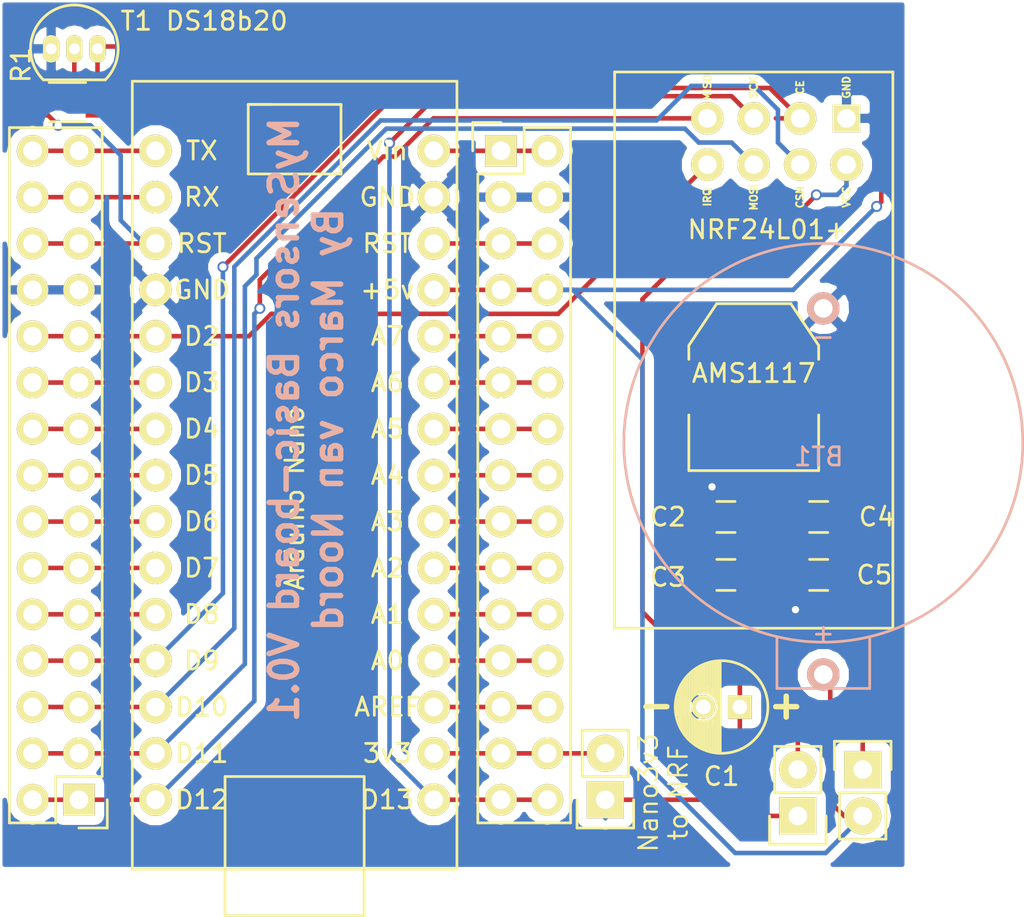
<source format=kicad_pcb>
(kicad_pcb (version 4) (host pcbnew 4.0.2-stable)

  (general
    (links 93)
    (no_connects 0)
    (area 132.321299 86.855299 182.257701 134.759701)
    (thickness 1.6)
    (drawings 4)
    (tracks 188)
    (zones 0)
    (modules 16)
    (nets 33)
  )

  (page A4)
  (layers
    (0 F.Cu signal)
    (31 B.Cu signal)
    (32 B.Adhes user hide)
    (33 F.Adhes user hide)
    (34 B.Paste user hide)
    (35 F.Paste user hide)
    (36 B.SilkS user)
    (37 F.SilkS user)
    (38 B.Mask user hide)
    (39 F.Mask user hide)
    (40 Dwgs.User user hide)
    (41 Cmts.User user hide)
    (42 Eco1.User user hide)
    (43 Eco2.User user hide)
    (44 Edge.Cuts user)
    (45 Margin user hide)
    (46 B.CrtYd user hide)
    (47 F.CrtYd user hide)
    (48 B.Fab user hide)
    (49 F.Fab user hide)
  )

  (setup
    (last_trace_width 0.25)
    (trace_clearance 0.2)
    (zone_clearance 0.508)
    (zone_45_only no)
    (trace_min 0.2)
    (segment_width 0.2)
    (edge_width 0.0254)
    (via_size 0.6)
    (via_drill 0.4)
    (via_min_size 0.4)
    (via_min_drill 0.3)
    (uvia_size 0.3)
    (uvia_drill 0.1)
    (uvias_allowed no)
    (uvia_min_size 0.2)
    (uvia_min_drill 0.1)
    (pcb_text_width 0.3)
    (pcb_text_size 1.016 1.016)
    (mod_edge_width 0.15)
    (mod_text_size 1 1)
    (mod_text_width 0.15)
    (pad_size 1.524 1.524)
    (pad_drill 0.762)
    (pad_to_mask_clearance 0.2)
    (solder_mask_min_width 0.2)
    (aux_axis_origin 0 0)
    (visible_elements 7FFFFFFF)
    (pcbplotparams
      (layerselection 0x010f0_80000001)
      (usegerberextensions true)
      (excludeedgelayer true)
      (linewidth 0.100000)
      (plotframeref false)
      (viasonmask false)
      (mode 1)
      (useauxorigin false)
      (hpglpennumber 1)
      (hpglpenspeed 20)
      (hpglpendiameter 15)
      (hpglpenoverlay 2)
      (psnegative false)
      (psa4output false)
      (plotreference true)
      (plotvalue true)
      (plotinvisibletext false)
      (padsonsilk false)
      (subtractmaskfromsilk false)
      (outputformat 1)
      (mirror false)
      (drillshape 0)
      (scaleselection 1)
      (outputdirectory GERBERS/))
  )

  (net 0 "")
  (net 1 +3V3)
  (net 2 GND)
  (net 3 "Net-(C4-Pad1)")
  (net 4 "Net-(P1-Pad1)")
  (net 5 "Net-(P1-Pad3)")
  (net 6 "Net-(P1-Pad5)")
  (net 7 "Net-(P1-Pad7)")
  (net 8 "Net-(P1-Pad10)")
  (net 9 "Net-(P1-Pad11)")
  (net 10 "Net-(P1-Pad13)")
  (net 11 "Net-(P1-Pad15)")
  (net 12 "Net-(P1-Pad17)")
  (net 13 "Net-(P1-Pad19)")
  (net 14 "Net-(P1-Pad21)")
  (net 15 "Net-(P1-Pad25)")
  (net 16 "Net-(P1-Pad27)")
  (net 17 "Net-(P1-Pad29)")
  (net 18 "Net-(P2-Pad1)")
  (net 19 "Net-(P2-Pad5)")
  (net 20 "Net-(P2-Pad10)")
  (net 21 "Net-(P2-Pad11)")
  (net 22 "Net-(P2-Pad13)")
  (net 23 "Net-(P2-Pad15)")
  (net 24 "Net-(P2-Pad17)")
  (net 25 "Net-(P2-Pad19)")
  (net 26 "Net-(P2-Pad21)")
  (net 27 "Net-(P2-Pad23)")
  (net 28 "Net-(P2-Pad25)")
  (net 29 "Net-(P2-Pad29)")
  (net 30 "Net-(BT1-Pad1)")
  (net 31 "Net-(C2-Pad1)")
  (net 32 "Net-(JP3-Pad2)")

  (net_class Default "This is the default net class."
    (clearance 0.2)
    (trace_width 0.25)
    (via_dia 0.6)
    (via_drill 0.4)
    (uvia_dia 0.3)
    (uvia_drill 0.1)
    (add_net +3V3)
    (add_net GND)
    (add_net "Net-(BT1-Pad1)")
    (add_net "Net-(C2-Pad1)")
    (add_net "Net-(C4-Pad1)")
    (add_net "Net-(JP3-Pad2)")
    (add_net "Net-(P1-Pad1)")
    (add_net "Net-(P1-Pad10)")
    (add_net "Net-(P1-Pad11)")
    (add_net "Net-(P1-Pad13)")
    (add_net "Net-(P1-Pad15)")
    (add_net "Net-(P1-Pad17)")
    (add_net "Net-(P1-Pad19)")
    (add_net "Net-(P1-Pad21)")
    (add_net "Net-(P1-Pad25)")
    (add_net "Net-(P1-Pad27)")
    (add_net "Net-(P1-Pad29)")
    (add_net "Net-(P1-Pad3)")
    (add_net "Net-(P1-Pad5)")
    (add_net "Net-(P1-Pad7)")
    (add_net "Net-(P2-Pad1)")
    (add_net "Net-(P2-Pad10)")
    (add_net "Net-(P2-Pad11)")
    (add_net "Net-(P2-Pad13)")
    (add_net "Net-(P2-Pad15)")
    (add_net "Net-(P2-Pad17)")
    (add_net "Net-(P2-Pad19)")
    (add_net "Net-(P2-Pad21)")
    (add_net "Net-(P2-Pad23)")
    (add_net "Net-(P2-Pad25)")
    (add_net "Net-(P2-Pad29)")
    (add_net "Net-(P2-Pad5)")
  )

  (module Capacitors_ThroughHole:C_Radial_D5_L11_P2 (layer F.Cu) (tedit 0) (tstamp 575BF358)
    (at 172.974 125.73 180)
    (descr "Radial Electrolytic Capacitor 5mm x Length 11mm, Pitch 2mm")
    (tags "Electrolytic Capacitor")
    (path /575C089B)
    (fp_text reference C1 (at 1 -3.8 180) (layer F.SilkS)
      (effects (font (size 1 1) (thickness 0.15)))
    )
    (fp_text value 100u (at 1 3.8 180) (layer F.Fab)
      (effects (font (size 1 1) (thickness 0.15)))
    )
    (fp_line (start 1.075 -2.499) (end 1.075 2.499) (layer F.SilkS) (width 0.15))
    (fp_line (start 1.215 -2.491) (end 1.215 -0.154) (layer F.SilkS) (width 0.15))
    (fp_line (start 1.215 0.154) (end 1.215 2.491) (layer F.SilkS) (width 0.15))
    (fp_line (start 1.355 -2.475) (end 1.355 -0.473) (layer F.SilkS) (width 0.15))
    (fp_line (start 1.355 0.473) (end 1.355 2.475) (layer F.SilkS) (width 0.15))
    (fp_line (start 1.495 -2.451) (end 1.495 -0.62) (layer F.SilkS) (width 0.15))
    (fp_line (start 1.495 0.62) (end 1.495 2.451) (layer F.SilkS) (width 0.15))
    (fp_line (start 1.635 -2.418) (end 1.635 -0.712) (layer F.SilkS) (width 0.15))
    (fp_line (start 1.635 0.712) (end 1.635 2.418) (layer F.SilkS) (width 0.15))
    (fp_line (start 1.775 -2.377) (end 1.775 -0.768) (layer F.SilkS) (width 0.15))
    (fp_line (start 1.775 0.768) (end 1.775 2.377) (layer F.SilkS) (width 0.15))
    (fp_line (start 1.915 -2.327) (end 1.915 -0.795) (layer F.SilkS) (width 0.15))
    (fp_line (start 1.915 0.795) (end 1.915 2.327) (layer F.SilkS) (width 0.15))
    (fp_line (start 2.055 -2.266) (end 2.055 -0.798) (layer F.SilkS) (width 0.15))
    (fp_line (start 2.055 0.798) (end 2.055 2.266) (layer F.SilkS) (width 0.15))
    (fp_line (start 2.195 -2.196) (end 2.195 -0.776) (layer F.SilkS) (width 0.15))
    (fp_line (start 2.195 0.776) (end 2.195 2.196) (layer F.SilkS) (width 0.15))
    (fp_line (start 2.335 -2.114) (end 2.335 -0.726) (layer F.SilkS) (width 0.15))
    (fp_line (start 2.335 0.726) (end 2.335 2.114) (layer F.SilkS) (width 0.15))
    (fp_line (start 2.475 -2.019) (end 2.475 -0.644) (layer F.SilkS) (width 0.15))
    (fp_line (start 2.475 0.644) (end 2.475 2.019) (layer F.SilkS) (width 0.15))
    (fp_line (start 2.615 -1.908) (end 2.615 -0.512) (layer F.SilkS) (width 0.15))
    (fp_line (start 2.615 0.512) (end 2.615 1.908) (layer F.SilkS) (width 0.15))
    (fp_line (start 2.755 -1.78) (end 2.755 -0.265) (layer F.SilkS) (width 0.15))
    (fp_line (start 2.755 0.265) (end 2.755 1.78) (layer F.SilkS) (width 0.15))
    (fp_line (start 2.895 -1.631) (end 2.895 1.631) (layer F.SilkS) (width 0.15))
    (fp_line (start 3.035 -1.452) (end 3.035 1.452) (layer F.SilkS) (width 0.15))
    (fp_line (start 3.175 -1.233) (end 3.175 1.233) (layer F.SilkS) (width 0.15))
    (fp_line (start 3.315 -0.944) (end 3.315 0.944) (layer F.SilkS) (width 0.15))
    (fp_line (start 3.455 -0.472) (end 3.455 0.472) (layer F.SilkS) (width 0.15))
    (fp_circle (center 2 0) (end 2 -0.8) (layer F.SilkS) (width 0.15))
    (fp_circle (center 1 0) (end 1 -2.5375) (layer F.SilkS) (width 0.15))
    (fp_circle (center 1 0) (end 1 -2.8) (layer F.CrtYd) (width 0.05))
    (pad 1 thru_hole rect (at 0 0 180) (size 1.3 1.3) (drill 0.8) (layers *.Cu *.Mask F.SilkS)
      (net 1 +3V3))
    (pad 2 thru_hole circle (at 2 0 180) (size 1.3 1.3) (drill 0.8) (layers *.Cu *.Mask F.SilkS)
      (net 2 GND))
    (model Capacitors_ThroughHole.3dshapes/C_Radial_D5_L11_P2.wrl
      (at (xyz 0 0 0))
      (scale (xyz 1 1 1))
      (rotate (xyz 0 0 0))
    )
  )

  (module Capacitors_SMD:C_0805_HandSoldering (layer F.Cu) (tedit 541A9B8D) (tstamp 575BF35E)
    (at 172.212 115.316 180)
    (descr "Capacitor SMD 0805, hand soldering")
    (tags "capacitor 0805")
    (path /575C04AD)
    (attr smd)
    (fp_text reference C2 (at 3.175 0 180) (layer F.SilkS)
      (effects (font (size 1 1) (thickness 0.15)))
    )
    (fp_text value 10u (at 0 2.1 180) (layer F.Fab)
      (effects (font (size 1 1) (thickness 0.15)))
    )
    (fp_line (start -2.3 -1) (end 2.3 -1) (layer F.CrtYd) (width 0.05))
    (fp_line (start -2.3 1) (end 2.3 1) (layer F.CrtYd) (width 0.05))
    (fp_line (start -2.3 -1) (end -2.3 1) (layer F.CrtYd) (width 0.05))
    (fp_line (start 2.3 -1) (end 2.3 1) (layer F.CrtYd) (width 0.05))
    (fp_line (start 0.5 -0.85) (end -0.5 -0.85) (layer F.SilkS) (width 0.15))
    (fp_line (start -0.5 0.85) (end 0.5 0.85) (layer F.SilkS) (width 0.15))
    (pad 1 smd rect (at -1.25 0 180) (size 1.5 1.25) (layers F.Cu F.Paste F.Mask)
      (net 31 "Net-(C2-Pad1)"))
    (pad 2 smd rect (at 1.25 0 180) (size 1.5 1.25) (layers F.Cu F.Paste F.Mask)
      (net 2 GND))
    (model Capacitors_SMD.3dshapes/C_0805_HandSoldering.wrl
      (at (xyz 0 0 0))
      (scale (xyz 1 1 1))
      (rotate (xyz 0 0 0))
    )
  )

  (module Capacitors_SMD:C_0805_HandSoldering (layer F.Cu) (tedit 541A9B8D) (tstamp 575BF364)
    (at 172.212 118.491 180)
    (descr "Capacitor SMD 0805, hand soldering")
    (tags "capacitor 0805")
    (path /575C05B7)
    (attr smd)
    (fp_text reference C3 (at 3.175 -0.127 180) (layer F.SilkS)
      (effects (font (size 1 1) (thickness 0.15)))
    )
    (fp_text value 0.1u (at 0 2.1 180) (layer F.Fab)
      (effects (font (size 1 1) (thickness 0.15)))
    )
    (fp_line (start -2.3 -1) (end 2.3 -1) (layer F.CrtYd) (width 0.05))
    (fp_line (start -2.3 1) (end 2.3 1) (layer F.CrtYd) (width 0.05))
    (fp_line (start -2.3 -1) (end -2.3 1) (layer F.CrtYd) (width 0.05))
    (fp_line (start 2.3 -1) (end 2.3 1) (layer F.CrtYd) (width 0.05))
    (fp_line (start 0.5 -0.85) (end -0.5 -0.85) (layer F.SilkS) (width 0.15))
    (fp_line (start -0.5 0.85) (end 0.5 0.85) (layer F.SilkS) (width 0.15))
    (pad 1 smd rect (at -1.25 0 180) (size 1.5 1.25) (layers F.Cu F.Paste F.Mask)
      (net 31 "Net-(C2-Pad1)"))
    (pad 2 smd rect (at 1.25 0 180) (size 1.5 1.25) (layers F.Cu F.Paste F.Mask)
      (net 2 GND))
    (model Capacitors_SMD.3dshapes/C_0805_HandSoldering.wrl
      (at (xyz 0 0 0))
      (scale (xyz 1 1 1))
      (rotate (xyz 0 0 0))
    )
  )

  (module Capacitors_SMD:C_0805_HandSoldering (layer F.Cu) (tedit 541A9B8D) (tstamp 575BF36A)
    (at 177.292 115.316 180)
    (descr "Capacitor SMD 0805, hand soldering")
    (tags "capacitor 0805")
    (path /575BFFD2)
    (attr smd)
    (fp_text reference C4 (at -3.175 0 180) (layer F.SilkS)
      (effects (font (size 1 1) (thickness 0.15)))
    )
    (fp_text value 0.1u (at 0 2.1 180) (layer F.Fab)
      (effects (font (size 1 1) (thickness 0.15)))
    )
    (fp_line (start -2.3 -1) (end 2.3 -1) (layer F.CrtYd) (width 0.05))
    (fp_line (start -2.3 1) (end 2.3 1) (layer F.CrtYd) (width 0.05))
    (fp_line (start -2.3 -1) (end -2.3 1) (layer F.CrtYd) (width 0.05))
    (fp_line (start 2.3 -1) (end 2.3 1) (layer F.CrtYd) (width 0.05))
    (fp_line (start 0.5 -0.85) (end -0.5 -0.85) (layer F.SilkS) (width 0.15))
    (fp_line (start -0.5 0.85) (end 0.5 0.85) (layer F.SilkS) (width 0.15))
    (pad 1 smd rect (at -1.25 0 180) (size 1.5 1.25) (layers F.Cu F.Paste F.Mask)
      (net 3 "Net-(C4-Pad1)"))
    (pad 2 smd rect (at 1.25 0 180) (size 1.5 1.25) (layers F.Cu F.Paste F.Mask)
      (net 2 GND))
    (model Capacitors_SMD.3dshapes/C_0805_HandSoldering.wrl
      (at (xyz 0 0 0))
      (scale (xyz 1 1 1))
      (rotate (xyz 0 0 0))
    )
  )

  (module Capacitors_SMD:C_0805_HandSoldering (layer F.Cu) (tedit 541A9B8D) (tstamp 575BF370)
    (at 177.292 118.491 180)
    (descr "Capacitor SMD 0805, hand soldering")
    (tags "capacitor 0805")
    (path /575C0029)
    (attr smd)
    (fp_text reference C5 (at -3.048 0 180) (layer F.SilkS)
      (effects (font (size 1 1) (thickness 0.15)))
    )
    (fp_text value 10u (at 0 2.1 180) (layer F.Fab)
      (effects (font (size 1 1) (thickness 0.15)))
    )
    (fp_line (start -2.3 -1) (end 2.3 -1) (layer F.CrtYd) (width 0.05))
    (fp_line (start -2.3 1) (end 2.3 1) (layer F.CrtYd) (width 0.05))
    (fp_line (start -2.3 -1) (end -2.3 1) (layer F.CrtYd) (width 0.05))
    (fp_line (start 2.3 -1) (end 2.3 1) (layer F.CrtYd) (width 0.05))
    (fp_line (start 0.5 -0.85) (end -0.5 -0.85) (layer F.SilkS) (width 0.15))
    (fp_line (start -0.5 0.85) (end 0.5 0.85) (layer F.SilkS) (width 0.15))
    (pad 1 smd rect (at -1.25 0 180) (size 1.5 1.25) (layers F.Cu F.Paste F.Mask)
      (net 3 "Net-(C4-Pad1)"))
    (pad 2 smd rect (at 1.25 0 180) (size 1.5 1.25) (layers F.Cu F.Paste F.Mask)
      (net 2 GND))
    (model Capacitors_SMD.3dshapes/C_0805_HandSoldering.wrl
      (at (xyz 0 0 0))
      (scale (xyz 1 1 1))
      (rotate (xyz 0 0 0))
    )
  )

  (module MySensors:SOT-223 (layer F.Cu) (tedit 5782A177) (tstamp 575BF380)
    (at 173.736 108.204)
    (descr "module CMS SOT223 4 pins")
    (tags "CMS SOT")
    (path /575BF8D5)
    (attr smd)
    (fp_text reference AMS1117 (at 0 -0.762) (layer F.SilkS)
      (effects (font (size 1 1) (thickness 0.15)))
    )
    (fp_text value AMS1117 (at 0 0.762) (layer F.Fab)
      (effects (font (size 1 1) (thickness 0.15)))
    )
    (fp_line (start -3.556 1.524) (end -3.556 4.572) (layer F.SilkS) (width 0.15))
    (fp_line (start -3.556 4.572) (end 3.556 4.572) (layer F.SilkS) (width 0.15))
    (fp_line (start 3.556 4.572) (end 3.556 1.524) (layer F.SilkS) (width 0.15))
    (fp_line (start -3.556 -1.524) (end -3.556 -2.286) (layer F.SilkS) (width 0.15))
    (fp_line (start -3.556 -2.286) (end -2.032 -4.572) (layer F.SilkS) (width 0.15))
    (fp_line (start -2.032 -4.572) (end 2.032 -4.572) (layer F.SilkS) (width 0.15))
    (fp_line (start 2.032 -4.572) (end 3.556 -2.286) (layer F.SilkS) (width 0.15))
    (fp_line (start 3.556 -2.286) (end 3.556 -1.524) (layer F.SilkS) (width 0.15))
    (pad 2 smd rect (at 0 -3.302) (size 3.6576 2.032) (layers F.Cu F.Paste F.Mask)
      (net 31 "Net-(C2-Pad1)"))
    (pad 2 smd rect (at 0 3.302) (size 1.016 2.032) (layers F.Cu F.Paste F.Mask)
      (net 31 "Net-(C2-Pad1)"))
    (pad 3 smd rect (at 2.286 3.302) (size 1.016 2.032) (layers F.Cu F.Paste F.Mask)
      (net 3 "Net-(C4-Pad1)"))
    (pad 1 smd rect (at -2.286 3.302) (size 1.016 2.032) (layers F.Cu F.Paste F.Mask)
      (net 2 GND))
    (model TO_SOT_Packages_SMD.3dshapes/SOT-223.wrl
      (at (xyz 0 0 0))
      (scale (xyz 0.4 0.4 0.4))
      (rotate (xyz 0 0 0))
    )
  )

  (module Pin_Headers:Pin_Header_Straight_2x15 (layer F.Cu) (tedit 5782A1CD) (tstamp 575C0140)
    (at 136.779 130.81 180)
    (descr "Through hole pin header")
    (tags "pin header")
    (path /575C2E90)
    (fp_text reference P1 (at 0 -5.1 180) (layer F.SilkS) hide
      (effects (font (size 1 1) (thickness 0.15)))
    )
    (fp_text value CONN_02X15 (at 0 -3.1 180) (layer F.Fab) hide
      (effects (font (size 1 1) (thickness 0.15)))
    )
    (fp_line (start -1.75 -1.75) (end -1.75 37.35) (layer F.CrtYd) (width 0.05))
    (fp_line (start 4.3 -1.75) (end 4.3 37.35) (layer F.CrtYd) (width 0.05))
    (fp_line (start -1.75 -1.75) (end 4.3 -1.75) (layer F.CrtYd) (width 0.05))
    (fp_line (start -1.75 37.35) (end 4.3 37.35) (layer F.CrtYd) (width 0.05))
    (fp_line (start 3.81 36.83) (end 3.81 -1.27) (layer F.SilkS) (width 0.15))
    (fp_line (start -1.27 1.27) (end -1.27 36.83) (layer F.SilkS) (width 0.15))
    (fp_line (start 3.81 36.83) (end -1.27 36.83) (layer F.SilkS) (width 0.15))
    (fp_line (start 3.81 -1.27) (end 1.27 -1.27) (layer F.SilkS) (width 0.15))
    (fp_line (start 0 -1.55) (end -1.55 -1.55) (layer F.SilkS) (width 0.15))
    (fp_line (start 1.27 -1.27) (end 1.27 1.27) (layer F.SilkS) (width 0.15))
    (fp_line (start 1.27 1.27) (end -1.27 1.27) (layer F.SilkS) (width 0.15))
    (fp_line (start -1.55 -1.55) (end -1.55 0) (layer F.SilkS) (width 0.15))
    (pad 1 thru_hole rect (at 0 0 180) (size 1.7272 1.7272) (drill 1.016) (layers *.Cu *.Mask F.SilkS)
      (net 4 "Net-(P1-Pad1)"))
    (pad 2 thru_hole oval (at 2.54 0 180) (size 1.7272 1.7272) (drill 1.016) (layers *.Cu *.Mask F.SilkS)
      (net 4 "Net-(P1-Pad1)"))
    (pad 3 thru_hole oval (at 0 2.54 180) (size 1.7272 1.7272) (drill 1.016) (layers *.Cu *.Mask F.SilkS)
      (net 5 "Net-(P1-Pad3)"))
    (pad 4 thru_hole oval (at 2.54 2.54 180) (size 1.7272 1.7272) (drill 1.016) (layers *.Cu *.Mask F.SilkS)
      (net 5 "Net-(P1-Pad3)"))
    (pad 5 thru_hole oval (at 0 5.08 180) (size 1.7272 1.7272) (drill 1.016) (layers *.Cu *.Mask F.SilkS)
      (net 6 "Net-(P1-Pad5)"))
    (pad 6 thru_hole oval (at 2.54 5.08 180) (size 1.7272 1.7272) (drill 1.016) (layers *.Cu *.Mask F.SilkS)
      (net 6 "Net-(P1-Pad5)"))
    (pad 7 thru_hole oval (at 0 7.62 180) (size 1.7272 1.7272) (drill 1.016) (layers *.Cu *.Mask F.SilkS)
      (net 7 "Net-(P1-Pad7)"))
    (pad 8 thru_hole oval (at 2.54 7.62 180) (size 1.7272 1.7272) (drill 1.016) (layers *.Cu *.Mask F.SilkS)
      (net 7 "Net-(P1-Pad7)"))
    (pad 9 thru_hole oval (at 0 10.16 180) (size 1.7272 1.7272) (drill 1.016) (layers *.Cu *.Mask F.SilkS)
      (net 8 "Net-(P1-Pad10)"))
    (pad 10 thru_hole oval (at 2.54 10.16 180) (size 1.7272 1.7272) (drill 1.016) (layers *.Cu *.Mask F.SilkS)
      (net 8 "Net-(P1-Pad10)"))
    (pad 11 thru_hole oval (at 0 12.7 180) (size 1.7272 1.7272) (drill 1.016) (layers *.Cu *.Mask F.SilkS)
      (net 9 "Net-(P1-Pad11)"))
    (pad 12 thru_hole oval (at 2.54 12.7 180) (size 1.7272 1.7272) (drill 1.016) (layers *.Cu *.Mask F.SilkS)
      (net 9 "Net-(P1-Pad11)"))
    (pad 13 thru_hole oval (at 0 15.24 180) (size 1.7272 1.7272) (drill 1.016) (layers *.Cu *.Mask F.SilkS)
      (net 10 "Net-(P1-Pad13)"))
    (pad 14 thru_hole oval (at 2.54 15.24 180) (size 1.7272 1.7272) (drill 1.016) (layers *.Cu *.Mask F.SilkS)
      (net 10 "Net-(P1-Pad13)"))
    (pad 15 thru_hole oval (at 0 17.78 180) (size 1.7272 1.7272) (drill 1.016) (layers *.Cu *.Mask F.SilkS)
      (net 11 "Net-(P1-Pad15)"))
    (pad 16 thru_hole oval (at 2.54 17.78 180) (size 1.7272 1.7272) (drill 1.016) (layers *.Cu *.Mask F.SilkS)
      (net 11 "Net-(P1-Pad15)"))
    (pad 17 thru_hole oval (at 0 20.32 180) (size 1.7272 1.7272) (drill 1.016) (layers *.Cu *.Mask F.SilkS)
      (net 12 "Net-(P1-Pad17)"))
    (pad 18 thru_hole oval (at 2.54 20.32 180) (size 1.7272 1.7272) (drill 1.016) (layers *.Cu *.Mask F.SilkS)
      (net 12 "Net-(P1-Pad17)"))
    (pad 19 thru_hole oval (at 0 22.86 180) (size 1.7272 1.7272) (drill 1.016) (layers *.Cu *.Mask F.SilkS)
      (net 13 "Net-(P1-Pad19)"))
    (pad 20 thru_hole oval (at 2.54 22.86 180) (size 1.7272 1.7272) (drill 1.016) (layers *.Cu *.Mask F.SilkS)
      (net 13 "Net-(P1-Pad19)"))
    (pad 21 thru_hole oval (at 0 25.4 180) (size 1.7272 1.7272) (drill 1.016) (layers *.Cu *.Mask F.SilkS)
      (net 14 "Net-(P1-Pad21)"))
    (pad 22 thru_hole oval (at 2.54 25.4 180) (size 1.7272 1.7272) (drill 1.016) (layers *.Cu *.Mask F.SilkS)
      (net 14 "Net-(P1-Pad21)"))
    (pad 23 thru_hole oval (at 0 27.94 180) (size 1.7272 1.7272) (drill 1.016) (layers *.Cu *.Mask F.SilkS)
      (net 2 GND))
    (pad 24 thru_hole oval (at 2.54 27.94 180) (size 1.7272 1.7272) (drill 1.016) (layers *.Cu *.Mask F.SilkS)
      (net 2 GND))
    (pad 25 thru_hole oval (at 0 30.48 180) (size 1.7272 1.7272) (drill 1.016) (layers *.Cu *.Mask F.SilkS)
      (net 15 "Net-(P1-Pad25)"))
    (pad 26 thru_hole oval (at 2.54 30.48 180) (size 1.7272 1.7272) (drill 1.016) (layers *.Cu *.Mask F.SilkS)
      (net 15 "Net-(P1-Pad25)"))
    (pad 27 thru_hole oval (at 0 33.02 180) (size 1.7272 1.7272) (drill 1.016) (layers *.Cu *.Mask F.SilkS)
      (net 16 "Net-(P1-Pad27)"))
    (pad 28 thru_hole oval (at 2.54 33.02 180) (size 1.7272 1.7272) (drill 1.016) (layers *.Cu *.Mask F.SilkS)
      (net 16 "Net-(P1-Pad27)"))
    (pad 29 thru_hole oval (at 0 35.56 180) (size 1.7272 1.7272) (drill 1.016) (layers *.Cu *.Mask F.SilkS)
      (net 17 "Net-(P1-Pad29)"))
    (pad 30 thru_hole oval (at 2.54 35.56 180) (size 1.7272 1.7272) (drill 1.016) (layers *.Cu *.Mask F.SilkS)
      (net 17 "Net-(P1-Pad29)"))
    (model Pin_Headers.3dshapes/Pin_Header_Straight_2x15.wrl
      (at (xyz 0.05 -0.7 0))
      (scale (xyz 1 1 1))
      (rotate (xyz 0 0 90))
    )
  )

  (module Pin_Headers:Pin_Header_Straight_2x15 (layer F.Cu) (tedit 5782A1A8) (tstamp 575C0162)
    (at 159.893 95.25)
    (descr "Through hole pin header")
    (tags "pin header")
    (path /575C1569)
    (fp_text reference P2 (at 0 -5.1) (layer F.SilkS) hide
      (effects (font (size 1 1) (thickness 0.15)))
    )
    (fp_text value CONN_02X15 (at 0 -3.1) (layer F.Fab) hide
      (effects (font (size 1 1) (thickness 0.15)))
    )
    (fp_line (start -1.75 -1.75) (end -1.75 37.35) (layer F.CrtYd) (width 0.05))
    (fp_line (start 4.3 -1.75) (end 4.3 37.35) (layer F.CrtYd) (width 0.05))
    (fp_line (start -1.75 -1.75) (end 4.3 -1.75) (layer F.CrtYd) (width 0.05))
    (fp_line (start -1.75 37.35) (end 4.3 37.35) (layer F.CrtYd) (width 0.05))
    (fp_line (start 3.81 36.83) (end 3.81 -1.27) (layer F.SilkS) (width 0.15))
    (fp_line (start -1.27 1.27) (end -1.27 36.83) (layer F.SilkS) (width 0.15))
    (fp_line (start 3.81 36.83) (end -1.27 36.83) (layer F.SilkS) (width 0.15))
    (fp_line (start 3.81 -1.27) (end 1.27 -1.27) (layer F.SilkS) (width 0.15))
    (fp_line (start 0 -1.55) (end -1.55 -1.55) (layer F.SilkS) (width 0.15))
    (fp_line (start 1.27 -1.27) (end 1.27 1.27) (layer F.SilkS) (width 0.15))
    (fp_line (start 1.27 1.27) (end -1.27 1.27) (layer F.SilkS) (width 0.15))
    (fp_line (start -1.55 -1.55) (end -1.55 0) (layer F.SilkS) (width 0.15))
    (pad 1 thru_hole rect (at 0 0) (size 1.7272 1.7272) (drill 1.016) (layers *.Cu *.Mask F.SilkS)
      (net 18 "Net-(P2-Pad1)"))
    (pad 2 thru_hole oval (at 2.54 0) (size 1.7272 1.7272) (drill 1.016) (layers *.Cu *.Mask F.SilkS)
      (net 18 "Net-(P2-Pad1)"))
    (pad 3 thru_hole oval (at 0 2.54) (size 1.7272 1.7272) (drill 1.016) (layers *.Cu *.Mask F.SilkS)
      (net 2 GND))
    (pad 4 thru_hole oval (at 2.54 2.54) (size 1.7272 1.7272) (drill 1.016) (layers *.Cu *.Mask F.SilkS)
      (net 2 GND))
    (pad 5 thru_hole oval (at 0 5.08) (size 1.7272 1.7272) (drill 1.016) (layers *.Cu *.Mask F.SilkS)
      (net 19 "Net-(P2-Pad5)"))
    (pad 6 thru_hole oval (at 2.54 5.08) (size 1.7272 1.7272) (drill 1.016) (layers *.Cu *.Mask F.SilkS)
      (net 19 "Net-(P2-Pad5)"))
    (pad 7 thru_hole oval (at 0 7.62) (size 1.7272 1.7272) (drill 1.016) (layers *.Cu *.Mask F.SilkS)
      (net 30 "Net-(BT1-Pad1)"))
    (pad 8 thru_hole oval (at 2.54 7.62) (size 1.7272 1.7272) (drill 1.016) (layers *.Cu *.Mask F.SilkS)
      (net 30 "Net-(BT1-Pad1)"))
    (pad 9 thru_hole oval (at 0 10.16) (size 1.7272 1.7272) (drill 1.016) (layers *.Cu *.Mask F.SilkS)
      (net 20 "Net-(P2-Pad10)"))
    (pad 10 thru_hole oval (at 2.54 10.16) (size 1.7272 1.7272) (drill 1.016) (layers *.Cu *.Mask F.SilkS)
      (net 20 "Net-(P2-Pad10)"))
    (pad 11 thru_hole oval (at 0 12.7) (size 1.7272 1.7272) (drill 1.016) (layers *.Cu *.Mask F.SilkS)
      (net 21 "Net-(P2-Pad11)"))
    (pad 12 thru_hole oval (at 2.54 12.7) (size 1.7272 1.7272) (drill 1.016) (layers *.Cu *.Mask F.SilkS)
      (net 21 "Net-(P2-Pad11)"))
    (pad 13 thru_hole oval (at 0 15.24) (size 1.7272 1.7272) (drill 1.016) (layers *.Cu *.Mask F.SilkS)
      (net 22 "Net-(P2-Pad13)"))
    (pad 14 thru_hole oval (at 2.54 15.24) (size 1.7272 1.7272) (drill 1.016) (layers *.Cu *.Mask F.SilkS)
      (net 22 "Net-(P2-Pad13)"))
    (pad 15 thru_hole oval (at 0 17.78) (size 1.7272 1.7272) (drill 1.016) (layers *.Cu *.Mask F.SilkS)
      (net 23 "Net-(P2-Pad15)"))
    (pad 16 thru_hole oval (at 2.54 17.78) (size 1.7272 1.7272) (drill 1.016) (layers *.Cu *.Mask F.SilkS)
      (net 23 "Net-(P2-Pad15)"))
    (pad 17 thru_hole oval (at 0 20.32) (size 1.7272 1.7272) (drill 1.016) (layers *.Cu *.Mask F.SilkS)
      (net 24 "Net-(P2-Pad17)"))
    (pad 18 thru_hole oval (at 2.54 20.32) (size 1.7272 1.7272) (drill 1.016) (layers *.Cu *.Mask F.SilkS)
      (net 24 "Net-(P2-Pad17)"))
    (pad 19 thru_hole oval (at 0 22.86) (size 1.7272 1.7272) (drill 1.016) (layers *.Cu *.Mask F.SilkS)
      (net 25 "Net-(P2-Pad19)"))
    (pad 20 thru_hole oval (at 2.54 22.86) (size 1.7272 1.7272) (drill 1.016) (layers *.Cu *.Mask F.SilkS)
      (net 25 "Net-(P2-Pad19)"))
    (pad 21 thru_hole oval (at 0 25.4) (size 1.7272 1.7272) (drill 1.016) (layers *.Cu *.Mask F.SilkS)
      (net 26 "Net-(P2-Pad21)"))
    (pad 22 thru_hole oval (at 2.54 25.4) (size 1.7272 1.7272) (drill 1.016) (layers *.Cu *.Mask F.SilkS)
      (net 26 "Net-(P2-Pad21)"))
    (pad 23 thru_hole oval (at 0 27.94) (size 1.7272 1.7272) (drill 1.016) (layers *.Cu *.Mask F.SilkS)
      (net 27 "Net-(P2-Pad23)"))
    (pad 24 thru_hole oval (at 2.54 27.94) (size 1.7272 1.7272) (drill 1.016) (layers *.Cu *.Mask F.SilkS)
      (net 27 "Net-(P2-Pad23)"))
    (pad 25 thru_hole oval (at 0 30.48) (size 1.7272 1.7272) (drill 1.016) (layers *.Cu *.Mask F.SilkS)
      (net 28 "Net-(P2-Pad25)"))
    (pad 26 thru_hole oval (at 2.54 30.48) (size 1.7272 1.7272) (drill 1.016) (layers *.Cu *.Mask F.SilkS)
      (net 28 "Net-(P2-Pad25)"))
    (pad 27 thru_hole oval (at 0 33.02) (size 1.7272 1.7272) (drill 1.016) (layers *.Cu *.Mask F.SilkS)
      (net 32 "Net-(JP3-Pad2)"))
    (pad 28 thru_hole oval (at 2.54 33.02) (size 1.7272 1.7272) (drill 1.016) (layers *.Cu *.Mask F.SilkS)
      (net 32 "Net-(JP3-Pad2)"))
    (pad 29 thru_hole oval (at 0 35.56) (size 1.7272 1.7272) (drill 1.016) (layers *.Cu *.Mask F.SilkS)
      (net 29 "Net-(P2-Pad29)"))
    (pad 30 thru_hole oval (at 2.54 35.56) (size 1.7272 1.7272) (drill 1.016) (layers *.Cu *.Mask F.SilkS)
      (net 29 "Net-(P2-Pad29)"))
    (model Pin_Headers.3dshapes/Pin_Header_Straight_2x15.wrl
      (at (xyz 0.05 -0.7 0))
      (scale (xyz 1 1 1))
      (rotate (xyz 0 0 90))
    )
  )

  (module Pin_Headers:Pin_Header_Straight_1x02 (layer F.Cu) (tedit 575D2D4E) (tstamp 575D25AA)
    (at 176.149 131.699 180)
    (descr "Through hole pin header")
    (tags "pin header")
    (path /575D2AC9)
    (fp_text reference JP1 (at 0 -5.1 180) (layer F.SilkS) hide
      (effects (font (size 1 1) (thickness 0.15)))
    )
    (fp_text value JUMPER (at -0.127 4.572 180) (layer F.Fab)
      (effects (font (size 1 1) (thickness 0.15)))
    )
    (fp_line (start 1.27 1.27) (end 1.27 3.81) (layer F.SilkS) (width 0.15))
    (fp_line (start 1.55 -1.55) (end 1.55 0) (layer F.SilkS) (width 0.15))
    (fp_line (start -1.75 -1.75) (end -1.75 4.3) (layer F.CrtYd) (width 0.05))
    (fp_line (start 1.75 -1.75) (end 1.75 4.3) (layer F.CrtYd) (width 0.05))
    (fp_line (start -1.75 -1.75) (end 1.75 -1.75) (layer F.CrtYd) (width 0.05))
    (fp_line (start -1.75 4.3) (end 1.75 4.3) (layer F.CrtYd) (width 0.05))
    (fp_line (start 1.27 1.27) (end -1.27 1.27) (layer F.SilkS) (width 0.15))
    (fp_line (start -1.55 0) (end -1.55 -1.55) (layer F.SilkS) (width 0.15))
    (fp_line (start -1.55 -1.55) (end 1.55 -1.55) (layer F.SilkS) (width 0.15))
    (fp_line (start -1.27 1.27) (end -1.27 3.81) (layer F.SilkS) (width 0.15))
    (fp_line (start -1.27 3.81) (end 1.27 3.81) (layer F.SilkS) (width 0.15))
    (pad 1 thru_hole rect (at 0 0 180) (size 2.032 2.032) (drill 1.016) (layers *.Cu *.Mask F.SilkS)
      (net 1 +3V3))
    (pad 2 thru_hole oval (at 0 2.54 180) (size 2.032 2.032) (drill 1.016) (layers *.Cu *.Mask F.SilkS)
      (net 31 "Net-(C2-Pad1)"))
    (model Pin_Headers.3dshapes/Pin_Header_Straight_1x02.wrl
      (at (xyz 0 -0.05 0))
      (scale (xyz 1 1 1))
      (rotate (xyz 0 0 90))
    )
  )

  (module Pin_Headers:Pin_Header_Straight_1x02 (layer F.Cu) (tedit 575D2D62) (tstamp 575D25B0)
    (at 179.705 129.159)
    (descr "Through hole pin header")
    (tags "pin header")
    (path /575D1E14)
    (fp_text reference JP2 (at 0 -5.1) (layer F.SilkS) hide
      (effects (font (size 1 1) (thickness 0.15)))
    )
    (fp_text value JUMPER (at 0 -2.159) (layer F.Fab)
      (effects (font (size 1 1) (thickness 0.15)))
    )
    (fp_line (start 1.27 1.27) (end 1.27 3.81) (layer F.SilkS) (width 0.15))
    (fp_line (start 1.55 -1.55) (end 1.55 0) (layer F.SilkS) (width 0.15))
    (fp_line (start -1.75 -1.75) (end -1.75 4.3) (layer F.CrtYd) (width 0.05))
    (fp_line (start 1.75 -1.75) (end 1.75 4.3) (layer F.CrtYd) (width 0.05))
    (fp_line (start -1.75 -1.75) (end 1.75 -1.75) (layer F.CrtYd) (width 0.05))
    (fp_line (start -1.75 4.3) (end 1.75 4.3) (layer F.CrtYd) (width 0.05))
    (fp_line (start 1.27 1.27) (end -1.27 1.27) (layer F.SilkS) (width 0.15))
    (fp_line (start -1.55 0) (end -1.55 -1.55) (layer F.SilkS) (width 0.15))
    (fp_line (start -1.55 -1.55) (end 1.55 -1.55) (layer F.SilkS) (width 0.15))
    (fp_line (start -1.27 1.27) (end -1.27 3.81) (layer F.SilkS) (width 0.15))
    (fp_line (start -1.27 3.81) (end 1.27 3.81) (layer F.SilkS) (width 0.15))
    (pad 1 thru_hole rect (at 0 0) (size 2.032 2.032) (drill 1.016) (layers *.Cu *.Mask F.SilkS)
      (net 3 "Net-(C4-Pad1)"))
    (pad 2 thru_hole oval (at 0 2.54) (size 2.032 2.032) (drill 1.016) (layers *.Cu *.Mask F.SilkS)
      (net 30 "Net-(BT1-Pad1)"))
    (model Pin_Headers.3dshapes/Pin_Header_Straight_1x02.wrl
      (at (xyz 0 -0.05 0))
      (scale (xyz 1 1 1))
      (rotate (xyz 0 0 90))
    )
  )

  (module Resistors_SMD:R_1206_HandSoldering (layer F.Cu) (tedit 575D2718) (tstamp 575D25B6)
    (at 136.144 92.583 180)
    (descr "Resistor SMD 1206, hand soldering")
    (tags "resistor 1206")
    (path /575D59B7)
    (attr smd)
    (fp_text reference R1 (at 2.54 2.032 450) (layer F.SilkS)
      (effects (font (size 1 1) (thickness 0.15)))
    )
    (fp_text value 4K7 (at 0 0 270) (layer F.Fab)
      (effects (font (size 1 1) (thickness 0.15)))
    )
    (fp_line (start -3.3 -1.2) (end 3.3 -1.2) (layer F.CrtYd) (width 0.05))
    (fp_line (start -3.3 1.2) (end 3.3 1.2) (layer F.CrtYd) (width 0.05))
    (fp_line (start -3.3 -1.2) (end -3.3 1.2) (layer F.CrtYd) (width 0.05))
    (fp_line (start 3.3 -1.2) (end 3.3 1.2) (layer F.CrtYd) (width 0.05))
    (fp_line (start 1 1.075) (end -1 1.075) (layer F.SilkS) (width 0.15))
    (fp_line (start -1 -1.075) (end 1 -1.075) (layer F.SilkS) (width 0.15))
    (pad 1 smd rect (at -2 0 180) (size 2 1.7) (layers F.Cu F.Paste F.Mask)
      (net 30 "Net-(BT1-Pad1)"))
    (pad 2 smd rect (at 2 0 180) (size 2 1.7) (layers F.Cu F.Paste F.Mask)
      (net 15 "Net-(P1-Pad25)"))
    (model Resistors_SMD.3dshapes/R_1206_HandSoldering.wrl
      (at (xyz 0 0 0))
      (scale (xyz 1 1 1))
      (rotate (xyz 0 0 0))
    )
  )

  (module TO_SOT_Packages_THT:TO-92_Inline_Narrow_Oval (layer F.Cu) (tedit 5782A1BD) (tstamp 575D25BD)
    (at 135.255 89.662)
    (descr "TO-92 leads in-line, narrow, oval pads, drill 0.6mm (see NXP sot054_po.pdf)")
    (tags "to-92 sc-43 sc-43a sot54 PA33 transistor")
    (path /575D41B4)
    (fp_text reference "T1 DS18b20" (at 8.382 -1.524) (layer F.SilkS)
      (effects (font (size 1 1) (thickness 0.15)))
    )
    (fp_text value DS18B20 (at 7.239 -0.381) (layer F.Fab)
      (effects (font (size 1 1) (thickness 0.15)))
    )
    (fp_line (start -1.4 1.95) (end -1.4 -2.65) (layer F.CrtYd) (width 0.05))
    (fp_line (start -1.4 1.95) (end 3.95 1.95) (layer F.CrtYd) (width 0.05))
    (fp_line (start -0.43 1.7) (end 2.97 1.7) (layer F.SilkS) (width 0.15))
    (fp_arc (start 1.27 0) (end 1.27 -2.4) (angle -135) (layer F.SilkS) (width 0.15))
    (fp_arc (start 1.27 0) (end 1.27 -2.4) (angle 135) (layer F.SilkS) (width 0.15))
    (fp_line (start -1.4 -2.65) (end 3.95 -2.65) (layer F.CrtYd) (width 0.05))
    (fp_line (start 3.95 1.95) (end 3.95 -2.65) (layer F.CrtYd) (width 0.05))
    (pad 2 thru_hole oval (at 1.27 0 180) (size 0.89916 1.50114) (drill 0.6) (layers *.Cu *.Mask F.SilkS)
      (net 15 "Net-(P1-Pad25)"))
    (pad 3 thru_hole oval (at 2.54 0 180) (size 0.89916 1.50114) (drill 0.6) (layers *.Cu *.Mask F.SilkS)
      (net 30 "Net-(BT1-Pad1)"))
    (pad 1 thru_hole oval (at 0 0 180) (size 0.89916 1.50114) (drill 0.6) (layers *.Cu *.Mask F.SilkS)
      (net 2 GND))
    (model TO_SOT_Packages_THT.3dshapes/TO-92_Inline_Narrow_Oval.wrl
      (at (xyz 0.05 0 0))
      (scale (xyz 1 1 1))
      (rotate (xyz 0 0 -90))
    )
  )

  (module Pin_Headers:Pin_Header_Straight_1x02 (layer F.Cu) (tedit 57829FD1) (tstamp 5780D183)
    (at 165.608 130.81 180)
    (descr "Through hole pin header")
    (tags "pin header")
    (path /5780E8AB)
    (fp_text reference JP3 (at 0 -5.1 180) (layer F.SilkS) hide
      (effects (font (size 1 1) (thickness 0.15)))
    )
    (fp_text value JUMPER (at 0 -3.1 180) (layer F.Fab)
      (effects (font (size 1 1) (thickness 0.15)))
    )
    (fp_line (start 1.27 1.27) (end 1.27 3.81) (layer F.SilkS) (width 0.15))
    (fp_line (start 1.55 -1.55) (end 1.55 0) (layer F.SilkS) (width 0.15))
    (fp_line (start -1.75 -1.75) (end -1.75 4.3) (layer F.CrtYd) (width 0.05))
    (fp_line (start 1.75 -1.75) (end 1.75 4.3) (layer F.CrtYd) (width 0.05))
    (fp_line (start -1.75 -1.75) (end 1.75 -1.75) (layer F.CrtYd) (width 0.05))
    (fp_line (start -1.75 4.3) (end 1.75 4.3) (layer F.CrtYd) (width 0.05))
    (fp_line (start 1.27 1.27) (end -1.27 1.27) (layer F.SilkS) (width 0.15))
    (fp_line (start -1.55 0) (end -1.55 -1.55) (layer F.SilkS) (width 0.15))
    (fp_line (start -1.55 -1.55) (end 1.55 -1.55) (layer F.SilkS) (width 0.15))
    (fp_line (start -1.27 1.27) (end -1.27 3.81) (layer F.SilkS) (width 0.15))
    (fp_line (start -1.27 3.81) (end 1.27 3.81) (layer F.SilkS) (width 0.15))
    (pad 1 thru_hole rect (at 0 0 180) (size 2.032 2.032) (drill 1.016) (layers *.Cu *.Mask F.SilkS)
      (net 1 +3V3))
    (pad 2 thru_hole oval (at 0 2.54 180) (size 2.032 2.032) (drill 1.016) (layers *.Cu *.Mask F.SilkS)
      (net 32 "Net-(JP3-Pad2)"))
    (model Pin_Headers.3dshapes/Pin_Header_Straight_1x02.wrl
      (at (xyz 0 -0.05 0))
      (scale (xyz 1 1 1))
      (rotate (xyz 0 0 90))
    )
  )

  (module MySensors:ArduinoNano (layer F.Cu) (tedit 5782A151) (tstamp 575BF3C4)
    (at 148.59 105.41)
    (path /575BECE7)
    (fp_text reference "Arduino Nano" (at 0 8.89 90) (layer F.SilkS)
      (effects (font (size 1 1) (thickness 0.15)))
    )
    (fp_text value ArduinoNano (at 0 -1.27) (layer F.Fab)
      (effects (font (size 1 1) (thickness 0.15)))
    )
    (fp_text user TX (at -5.08 -10.16) (layer F.SilkS)
      (effects (font (size 1 1) (thickness 0.15)))
    )
    (fp_line (start -2.54 -12.7) (end -2.54 -8.89) (layer F.SilkS) (width 0.15))
    (fp_line (start -2.54 -8.89) (end 2.54 -8.89) (layer F.SilkS) (width 0.15))
    (fp_line (start 2.54 -8.89) (end 2.54 -12.7) (layer F.SilkS) (width 0.15))
    (fp_line (start 2.54 -12.7) (end -2.54 -12.7) (layer F.SilkS) (width 0.15))
    (fp_line (start -2.54 -12.7) (end -1.27 -12.7) (layer F.SilkS) (width 0.15))
    (fp_line (start 2.54 24.13) (end -3.81 24.13) (layer F.SilkS) (width 0.15))
    (fp_line (start -3.81 24.13) (end -3.81 31.75) (layer F.SilkS) (width 0.15))
    (fp_line (start -3.81 31.75) (end 3.81 31.75) (layer F.SilkS) (width 0.15))
    (fp_line (start 3.81 31.75) (end 3.81 24.13) (layer F.SilkS) (width 0.15))
    (fp_line (start 3.81 24.13) (end 2.54 24.13) (layer F.SilkS) (width 0.15))
    (fp_line (start 8.89 -13.97) (end -8.89 -13.97) (layer F.SilkS) (width 0.15))
    (fp_line (start -8.89 -13.97) (end -8.89 29.21) (layer F.SilkS) (width 0.15))
    (fp_line (start -8.89 29.21) (end 8.89 29.21) (layer F.SilkS) (width 0.15))
    (fp_line (start 8.89 29.21) (end 8.89 -13.97) (layer F.SilkS) (width 0.15))
    (fp_text user RX (at -5.08 -7.62) (layer F.SilkS)
      (effects (font (size 1 1) (thickness 0.15)))
    )
    (fp_text user Vin (at 5.08 -10.16) (layer F.SilkS)
      (effects (font (size 1 1) (thickness 0.15)))
    )
    (fp_text user RST (at -5.08 -5.08) (layer F.SilkS)
      (effects (font (size 1 1) (thickness 0.15)))
    )
    (fp_text user RST (at 5.08 -5.08) (layer F.SilkS)
      (effects (font (size 1 1) (thickness 0.15)))
    )
    (fp_text user GND (at -5.08 -2.54) (layer F.SilkS)
      (effects (font (size 1 1) (thickness 0.15)))
    )
    (fp_text user +5v (at 5.08 -2.54) (layer F.SilkS)
      (effects (font (size 1 1) (thickness 0.15)))
    )
    (fp_text user D2 (at -5.08 0) (layer F.SilkS)
      (effects (font (size 1 1) (thickness 0.15)))
    )
    (fp_text user A7 (at 5.08 0) (layer F.SilkS)
      (effects (font (size 1 1) (thickness 0.15)))
    )
    (fp_text user D3 (at -5.08 2.54) (layer F.SilkS)
      (effects (font (size 1 1) (thickness 0.15)))
    )
    (fp_text user A6 (at 5.08 2.54) (layer F.SilkS)
      (effects (font (size 1 1) (thickness 0.15)))
    )
    (fp_text user D4 (at -5.08 5.08) (layer F.SilkS)
      (effects (font (size 1 1) (thickness 0.15)))
    )
    (fp_text user A5 (at 5.08 5.08) (layer F.SilkS)
      (effects (font (size 1 1) (thickness 0.15)))
    )
    (fp_text user D5 (at -5.08 7.62) (layer F.SilkS)
      (effects (font (size 1 1) (thickness 0.15)))
    )
    (fp_text user A4 (at 5.08 7.62) (layer F.SilkS)
      (effects (font (size 1 1) (thickness 0.15)))
    )
    (fp_text user D6 (at -5.08 10.16) (layer F.SilkS)
      (effects (font (size 1 1) (thickness 0.15)))
    )
    (fp_text user A3 (at 5.08 10.16) (layer F.SilkS)
      (effects (font (size 1 1) (thickness 0.15)))
    )
    (fp_text user D7 (at -5.08 12.7) (layer F.SilkS)
      (effects (font (size 1 1) (thickness 0.15)))
    )
    (fp_text user A2 (at 5.08 12.7) (layer F.SilkS)
      (effects (font (size 1 1) (thickness 0.15)))
    )
    (fp_text user D8 (at -5.08 15.24) (layer F.SilkS)
      (effects (font (size 1 1) (thickness 0.15)))
    )
    (fp_text user A1 (at 5.08 15.24) (layer F.SilkS)
      (effects (font (size 1 1) (thickness 0.15)))
    )
    (fp_text user D9 (at -5.08 17.78) (layer F.SilkS)
      (effects (font (size 1 1) (thickness 0.15)))
    )
    (fp_text user A0 (at 5.08 17.78) (layer F.SilkS)
      (effects (font (size 1 1) (thickness 0.15)))
    )
    (fp_text user D10 (at -5.08 20.32) (layer F.SilkS)
      (effects (font (size 1 1) (thickness 0.15)))
    )
    (fp_text user GND (at 5.08 -7.62) (layer F.SilkS)
      (effects (font (size 1 1) (thickness 0.15)))
    )
    (fp_text user D11 (at -5.08 22.86) (layer F.SilkS)
      (effects (font (size 1 1) (thickness 0.15)))
    )
    (fp_text user AREF (at 5.08 20.32) (layer F.SilkS)
      (effects (font (size 1 1) (thickness 0.15)))
    )
    (fp_text user D12 (at -5.08 25.4) (layer F.SilkS)
      (effects (font (size 1 1) (thickness 0.15)))
    )
    (fp_text user 3v3 (at 5.08 22.86) (layer F.SilkS)
      (effects (font (size 1 1) (thickness 0.15)))
    )
    (fp_text user D13 (at 5.08 25.4) (layer F.SilkS)
      (effects (font (size 1 1) (thickness 0.15)))
    )
    (pad 1 thru_hole circle (at -7.62 -10.16) (size 1.778 1.778) (drill 1.016) (layers *.Cu *.Mask F.SilkS)
      (net 17 "Net-(P1-Pad29)"))
    (pad 2 thru_hole circle (at -7.62 -7.62) (size 1.778 1.778) (drill 1.016) (layers *.Cu *.Mask F.SilkS)
      (net 16 "Net-(P1-Pad27)"))
    (pad 3 thru_hole circle (at -7.62 -5.08) (size 1.778 1.778) (drill 1.016) (layers *.Cu *.Mask F.SilkS)
      (net 15 "Net-(P1-Pad25)"))
    (pad 4 thru_hole circle (at -7.62 -2.54) (size 1.778 1.778) (drill 1.016) (layers *.Cu *.Mask F.SilkS)
      (net 2 GND))
    (pad 5 thru_hole circle (at -7.62 0) (size 1.778 1.778) (drill 1.016) (layers *.Cu *.Mask F.SilkS)
      (net 14 "Net-(P1-Pad21)"))
    (pad 6 thru_hole circle (at -7.62 2.54) (size 1.778 1.778) (drill 1.016) (layers *.Cu *.Mask F.SilkS)
      (net 13 "Net-(P1-Pad19)"))
    (pad 7 thru_hole circle (at -7.62 5.08) (size 1.778 1.778) (drill 1.016) (layers *.Cu *.Mask F.SilkS)
      (net 12 "Net-(P1-Pad17)"))
    (pad 8 thru_hole circle (at -7.62 7.62) (size 1.778 1.778) (drill 1.016) (layers *.Cu *.Mask F.SilkS)
      (net 11 "Net-(P1-Pad15)"))
    (pad 9 thru_hole circle (at -7.62 10.16) (size 1.778 1.778) (drill 1.016) (layers *.Cu *.Mask F.SilkS)
      (net 10 "Net-(P1-Pad13)"))
    (pad 10 thru_hole circle (at -7.62 12.7) (size 1.778 1.778) (drill 1.016) (layers *.Cu *.Mask F.SilkS)
      (net 9 "Net-(P1-Pad11)"))
    (pad 11 thru_hole circle (at -7.62 15.24) (size 1.778 1.778) (drill 1.016) (layers *.Cu *.Mask F.SilkS)
      (net 8 "Net-(P1-Pad10)"))
    (pad 12 thru_hole circle (at -7.62 17.78) (size 1.778 1.778) (drill 1.016) (layers *.Cu *.Mask F.SilkS)
      (net 7 "Net-(P1-Pad7)"))
    (pad 13 thru_hole circle (at -7.62 20.32) (size 1.778 1.778) (drill 1.016) (layers *.Cu *.Mask F.SilkS)
      (net 6 "Net-(P1-Pad5)"))
    (pad 14 thru_hole circle (at -7.62 22.86) (size 1.778 1.778) (drill 1.016) (layers *.Cu *.Mask F.SilkS)
      (net 5 "Net-(P1-Pad3)"))
    (pad 15 thru_hole circle (at -7.62 25.4) (size 1.778 1.778) (drill 1.016) (layers *.Cu *.Mask F.SilkS)
      (net 4 "Net-(P1-Pad1)"))
    (pad 16 thru_hole circle (at 7.62 25.4) (size 1.778 1.778) (drill 1.016) (layers *.Cu *.Mask F.SilkS)
      (net 29 "Net-(P2-Pad29)"))
    (pad 17 thru_hole circle (at 7.62 22.86) (size 1.778 1.778) (drill 1.016) (layers *.Cu *.Mask F.SilkS)
      (net 32 "Net-(JP3-Pad2)"))
    (pad 18 thru_hole circle (at 7.62 20.32) (size 1.778 1.778) (drill 1.016) (layers *.Cu *.Mask F.SilkS)
      (net 28 "Net-(P2-Pad25)"))
    (pad 19 thru_hole circle (at 7.62 17.78) (size 1.778 1.778) (drill 1.016) (layers *.Cu *.Mask F.SilkS)
      (net 27 "Net-(P2-Pad23)"))
    (pad 20 thru_hole circle (at 7.62 15.24) (size 1.778 1.778) (drill 1.016) (layers *.Cu *.Mask F.SilkS)
      (net 26 "Net-(P2-Pad21)"))
    (pad 21 thru_hole circle (at 7.62 12.7) (size 1.778 1.778) (drill 1.016) (layers *.Cu *.Mask F.SilkS)
      (net 25 "Net-(P2-Pad19)"))
    (pad 22 thru_hole circle (at 7.62 10.16) (size 1.778 1.778) (drill 1.016) (layers *.Cu *.Mask F.SilkS)
      (net 24 "Net-(P2-Pad17)"))
    (pad 23 thru_hole circle (at 7.62 7.62) (size 1.778 1.778) (drill 1.016) (layers *.Cu *.Mask F.SilkS)
      (net 23 "Net-(P2-Pad15)"))
    (pad 24 thru_hole circle (at 7.62 5.08) (size 1.778 1.778) (drill 1.016) (layers *.Cu *.Mask F.SilkS)
      (net 22 "Net-(P2-Pad13)"))
    (pad 25 thru_hole circle (at 7.62 2.54) (size 1.778 1.778) (drill 1.016) (layers *.Cu *.Mask F.SilkS)
      (net 21 "Net-(P2-Pad11)"))
    (pad 26 thru_hole circle (at 7.62 0) (size 1.778 1.778) (drill 1.016) (layers *.Cu *.Mask F.SilkS)
      (net 20 "Net-(P2-Pad10)"))
    (pad 27 thru_hole circle (at 7.62 -2.54) (size 1.778 1.778) (drill 1.016) (layers *.Cu *.Mask F.SilkS)
      (net 30 "Net-(BT1-Pad1)"))
    (pad 28 thru_hole circle (at 7.62 -5.08) (size 1.778 1.778) (drill 1.016) (layers *.Cu *.Mask F.SilkS)
      (net 19 "Net-(P2-Pad5)"))
    (pad 29 thru_hole circle (at 7.62 -7.62) (size 1.778 1.778) (drill 1.016) (layers *.Cu *.Mask F.SilkS)
      (net 2 GND))
    (pad 30 thru_hole circle (at 7.62 -10.16) (size 1.778 1.778) (drill 1.016) (layers *.Cu *.Mask F.SilkS)
      (net 18 "Net-(P2-Pad1)"))
  )

  (module MySensors:NRF24L01+ (layer F.Cu) (tedit 5782A16B) (tstamp 575BF390)
    (at 171.196 98.552 90)
    (path /575BEE82)
    (fp_text reference NRF24L01+ (at -1.016 3.302 180) (layer F.SilkS)
      (effects (font (size 1 1) (thickness 0.15)))
    )
    (fp_text value NRF24L01+ (at -7.62 0 90) (layer F.Fab)
      (effects (font (size 1 1) (thickness 0.15)))
    )
    (fp_text user IRQ (at 0.762 0 90) (layer F.SilkS)
      (effects (font (size 0.4 0.4) (thickness 0.1)))
    )
    (fp_line (start 7.62 10.16) (end 7.62 -5.08) (layer F.SilkS) (width 0.15))
    (fp_line (start 7.62 -5.08) (end -22.86 -5.08) (layer F.SilkS) (width 0.15))
    (fp_line (start -22.86 -5.08) (end -22.86 10.16) (layer F.SilkS) (width 0.15))
    (fp_line (start -22.86 10.16) (end 7.62 10.16) (layer F.SilkS) (width 0.15))
    (fp_text user MISO (at 6.778 0 90) (layer F.SilkS)
      (effects (font (size 0.4 0.4) (thickness 0.1)))
    )
    (fp_text user MOSI (at 0.762 2.54 90) (layer F.SilkS)
      (effects (font (size 0.4 0.4) (thickness 0.1)))
    )
    (fp_text user SCK (at 6.778 2.54 90) (layer F.SilkS)
      (effects (font (size 0.4 0.4) (thickness 0.1)))
    )
    (fp_text user CSN (at 0.762 5.08 90) (layer F.SilkS)
      (effects (font (size 0.4 0.4) (thickness 0.1)))
    )
    (fp_text user CE (at 6.778 5.08 90) (layer F.SilkS)
      (effects (font (size 0.4 0.4) (thickness 0.1)))
    )
    (fp_text user VCC (at 0.762 7.62 90) (layer F.SilkS)
      (effects (font (size 0.4 0.4) (thickness 0.1)))
    )
    (fp_text user GND (at 6.778 7.62 90) (layer F.SilkS)
      (effects (font (size 0.4 0.4) (thickness 0.1)))
    )
    (pad 1 thru_hole rect (at 5.08 7.62 90) (size 1.524 1.524) (drill 1.016) (layers *.Cu *.Mask F.SilkS)
      (net 2 GND))
    (pad 2 thru_hole circle (at 5.08 5.08 90) (size 1.778 1.778) (drill 1.016) (layers *.Cu *.Mask F.SilkS)
      (net 7 "Net-(P1-Pad7)"))
    (pad 3 thru_hole circle (at 5.08 2.54 90) (size 1.778 1.778) (drill 1.016) (layers *.Cu *.Mask F.SilkS)
      (net 29 "Net-(P2-Pad29)"))
    (pad 4 thru_hole circle (at 5.08 0 90) (size 1.778 1.778) (drill 1.016) (layers *.Cu *.Mask F.SilkS)
      (net 4 "Net-(P1-Pad1)"))
    (pad 5 thru_hole circle (at 2.54 0 90) (size 1.778 1.778) (drill 1.016) (layers *.Cu *.Mask F.SilkS)
      (net 14 "Net-(P1-Pad21)"))
    (pad 6 thru_hole circle (at 2.54 2.54 90) (size 1.778 1.778) (drill 1.016) (layers *.Cu *.Mask F.SilkS)
      (net 5 "Net-(P1-Pad3)"))
    (pad 7 thru_hole circle (at 2.54 5.08 90) (size 1.778 1.778) (drill 1.016) (layers *.Cu *.Mask F.SilkS)
      (net 6 "Net-(P1-Pad5)"))
    (pad 8 thru_hole circle (at 2.54 7.62 90) (size 1.778 1.778) (drill 1.016) (layers *.Cu *.Mask F.SilkS)
      (net 1 +3V3))
  )

  (module MySensors:CR3032Holder (layer B.Cu) (tedit 5780BDC1) (tstamp 575D25A4)
    (at 177.546 111.252)
    (path /575D2355)
    (fp_text reference BT1 (at -0.254 0.762) (layer B.SilkS)
      (effects (font (size 1 1) (thickness 0.15)) (justify mirror))
    )
    (fp_text value Battery (at 0 4.064) (layer B.Fab)
      (effects (font (size 1 1) (thickness 0.15)) (justify mirror))
    )
    (fp_text user - (at 0 -5.842) (layer B.SilkS)
      (effects (font (size 1 1) (thickness 0.15)) (justify mirror))
    )
    (fp_text user + (at 0 10.414) (layer B.SilkS)
      (effects (font (size 1 1) (thickness 0.15)) (justify mirror))
    )
    (fp_line (start 0 13.462) (end -2.54 13.462) (layer B.SilkS) (width 0.15))
    (fp_line (start -2.54 13.462) (end -2.54 10.668) (layer B.SilkS) (width 0.15))
    (fp_line (start 0 13.462) (end 2.54 13.462) (layer B.SilkS) (width 0.15))
    (fp_line (start 2.54 13.462) (end 2.54 10.668) (layer B.SilkS) (width 0.15))
    (fp_circle (center 0 0) (end 8.89 -6.35) (layer B.SilkS) (width 0.15))
    (pad 1 thru_hole circle (at 0 12.7) (size 1.778 1.778) (drill 1.016) (layers *.Cu *.Mask B.SilkS)
      (net 30 "Net-(BT1-Pad1)"))
    (pad 2 thru_hole circle (at 0 -7.366) (size 1.778 1.778) (drill 1.016) (layers *.Cu *.Mask B.SilkS)
      (net 2 GND))
  )

  (gr_text "Nano3v3\nto NRF" (at 168.783 130.429 90) (layer F.SilkS)
    (effects (font (size 1.016 1.016) (thickness 0.127)))
  )
  (gr_text + (at 175.514 125.603) (layer F.SilkS)
    (effects (font (size 1.5 1.5) (thickness 0.3)))
  )
  (gr_text "-\n" (at 168.402 125.603) (layer F.SilkS)
    (effects (font (size 1.5 1.5) (thickness 0.3)))
  )
  (gr_text "MySensors Basic-board V0.1\nBy Marco van Noord" (at 149.225 109.982 90) (layer B.SilkS)
    (effects (font (size 1.5 1.5) (thickness 0.3)) (justify mirror))
  )

  (segment (start 172.974 130.937) (end 172.974 130.81) (width 0.25) (layer F.Cu) (net 1))
  (segment (start 172.974 130.81) (end 172.974 125.73) (width 0.25) (layer F.Cu) (net 1))
  (segment (start 165.608 130.81) (end 166.874 130.81) (width 0.25) (layer F.Cu) (net 1))
  (segment (start 166.874 130.81) (end 172.974 130.81) (width 0.25) (layer F.Cu) (net 1))
  (segment (start 178.816 96.012) (end 178.816 97.155) (width 0.25) (layer B.Cu) (net 1))
  (segment (start 172.974 123.571) (end 172.974 125.73) (width 0.25) (layer F.Cu) (net 1) (tstamp 575D2CD7))
  (segment (start 172.212 122.809) (end 172.974 123.571) (width 0.25) (layer F.Cu) (net 1) (tstamp 575D2CD6))
  (segment (start 169.926 122.809) (end 172.212 122.809) (width 0.25) (layer F.Cu) (net 1) (tstamp 575D2CD3))
  (segment (start 167.64 120.523) (end 169.926 122.809) (width 0.25) (layer F.Cu) (net 1) (tstamp 575D2CCD))
  (segment (start 167.64 103.378) (end 167.64 120.523) (width 0.25) (layer F.Cu) (net 1) (tstamp 575D2CC8))
  (segment (start 170.053 100.965) (end 167.64 103.378) (width 0.25) (layer F.Cu) (net 1) (tstamp 575D2CC3))
  (segment (start 173.863 100.965) (end 170.053 100.965) (width 0.25) (layer F.Cu) (net 1) (tstamp 575D2CB8))
  (segment (start 177.165 97.663) (end 173.863 100.965) (width 0.25) (layer F.Cu) (net 1) (tstamp 575D2CB7))
  (via (at 177.165 97.663) (size 0.6) (drill 0.4) (layers F.Cu B.Cu) (net 1))
  (segment (start 178.308 97.663) (end 177.165 97.663) (width 0.25) (layer B.Cu) (net 1) (tstamp 575D2CAB))
  (segment (start 178.816 97.155) (end 178.308 97.663) (width 0.25) (layer B.Cu) (net 1) (tstamp 575D2CA3))
  (segment (start 176.149 131.699) (end 173.736 131.699) (width 0.25) (layer F.Cu) (net 1))
  (segment (start 173.736 131.699) (end 172.974 130.937) (width 0.25) (layer F.Cu) (net 1) (tstamp 575D274F))
  (segment (start 179.07 95.758) (end 178.816 96.012) (width 0.25) (layer B.Cu) (net 1) (tstamp 575BF55C))
  (segment (start 165.608 131.445) (end 165.608 131.826) (width 0.25) (layer B.Cu) (net 1))
  (segment (start 176.042 118.491) (end 176.042 120.376) (width 0.25) (layer F.Cu) (net 2))
  (via (at 176.022 120.396) (size 0.6) (drill 0.4) (layers F.Cu B.Cu) (net 2))
  (segment (start 176.042 120.376) (end 176.022 120.396) (width 0.25) (layer F.Cu) (net 2) (tstamp 575BF54D))
  (segment (start 176.042 118.491) (end 176.042 115.316) (width 0.25) (layer F.Cu) (net 2))
  (segment (start 171.45 111.506) (end 171.45 113.665) (width 0.25) (layer F.Cu) (net 2))
  (segment (start 171.45 113.665) (end 171.45 114.828) (width 0.25) (layer F.Cu) (net 2) (tstamp 575BF543))
  (via (at 171.45 113.665) (size 0.6) (drill 0.4) (layers F.Cu B.Cu) (net 2))
  (segment (start 170.962 118.491) (end 170.962 115.316) (width 0.25) (layer F.Cu) (net 2))
  (segment (start 170.962 115.316) (end 171.45 114.828) (width 0.25) (layer F.Cu) (net 2) (tstamp 575BF542))
  (segment (start 179.705 129.159) (end 179.705 119.654) (width 0.25) (layer F.Cu) (net 3))
  (segment (start 179.705 119.654) (end 178.542 118.491) (width 0.25) (layer F.Cu) (net 3) (tstamp 575D2773))
  (segment (start 178.542 115.316) (end 178.542 118.491) (width 0.25) (layer F.Cu) (net 3))
  (segment (start 176.022 111.506) (end 177.673 111.506) (width 0.25) (layer F.Cu) (net 3))
  (segment (start 178.542 112.375) (end 178.542 115.316) (width 0.25) (layer F.Cu) (net 3) (tstamp 575BF556))
  (segment (start 177.673 111.506) (end 178.542 112.375) (width 0.25) (layer F.Cu) (net 3) (tstamp 575BF555))
  (segment (start 146.685 103.461736) (end 146.685 103.886) (width 0.25) (layer F.Cu) (net 4))
  (segment (start 146.685 102.325996) (end 146.685 103.461736) (width 0.25) (layer F.Cu) (net 4))
  (segment (start 156.191278 93.472) (end 154.101289 95.561989) (width 0.25) (layer F.Cu) (net 4))
  (segment (start 154.101289 95.561989) (end 153.449007 95.561989) (width 0.25) (layer F.Cu) (net 4))
  (segment (start 171.196 93.472) (end 156.191278 93.472) (width 0.25) (layer F.Cu) (net 4))
  (segment (start 153.449007 95.561989) (end 146.685 102.325996) (width 0.25) (layer F.Cu) (net 4))
  (segment (start 146.685 103.886) (end 146.385001 104.185999) (width 0.25) (layer B.Cu) (net 4))
  (segment (start 146.385001 104.185999) (end 146.385001 125.394999) (width 0.25) (layer B.Cu) (net 4))
  (segment (start 146.385001 125.394999) (end 141.858999 129.921001) (width 0.25) (layer B.Cu) (net 4))
  (segment (start 141.858999 129.921001) (end 140.97 130.81) (width 0.25) (layer B.Cu) (net 4))
  (via (at 146.685 103.886) (size 0.6) (drill 0.4) (layers F.Cu B.Cu) (net 4))
  (segment (start 140.97 130.81) (end 136.779 130.81) (width 0.25) (layer F.Cu) (net 4))
  (segment (start 136.779 130.81) (end 134.239 130.81) (width 0.25) (layer F.Cu) (net 4) (tstamp 575C0230))
  (segment (start 146.500009 101.149991) (end 153.614001 94.035999) (width 0.25) (layer B.Cu) (net 5))
  (segment (start 170.725277 94.797999) (end 172.521999 94.797999) (width 0.25) (layer B.Cu) (net 5))
  (segment (start 153.614001 94.035999) (end 169.963277 94.035999) (width 0.25) (layer B.Cu) (net 5))
  (segment (start 145.865009 123.374991) (end 145.865009 102.675401) (width 0.25) (layer B.Cu) (net 5))
  (segment (start 146.500009 102.040401) (end 146.500009 101.149991) (width 0.25) (layer B.Cu) (net 5))
  (segment (start 172.847001 95.123001) (end 173.736 96.012) (width 0.25) (layer B.Cu) (net 5))
  (segment (start 140.97 128.27) (end 145.865009 123.374991) (width 0.25) (layer B.Cu) (net 5))
  (segment (start 145.865009 102.675401) (end 146.500009 102.040401) (width 0.25) (layer B.Cu) (net 5))
  (segment (start 169.963277 94.035999) (end 170.725277 94.797999) (width 0.25) (layer B.Cu) (net 5))
  (segment (start 172.521999 94.797999) (end 172.847001 95.123001) (width 0.25) (layer B.Cu) (net 5))
  (segment (start 134.239 128.27) (end 136.779 128.27) (width 0.25) (layer F.Cu) (net 5))
  (segment (start 136.779 128.27) (end 140.97 128.27) (width 0.25) (layer F.Cu) (net 5) (tstamp 575C022B))
  (segment (start 173.736 96.012) (end 173.736 96.266) (width 0.25) (layer B.Cu) (net 5))
  (segment (start 170.307 91.694) (end 173.754722 91.694) (width 0.25) (layer B.Cu) (net 6))
  (segment (start 173.754722 91.694) (end 175.061999 93.001277) (width 0.25) (layer B.Cu) (net 6))
  (segment (start 175.061999 93.001277) (end 175.061999 94.797999) (width 0.25) (layer B.Cu) (net 6))
  (segment (start 175.387001 95.123001) (end 176.276 96.012) (width 0.25) (layer B.Cu) (net 6))
  (segment (start 175.061999 94.797999) (end 175.387001 95.123001) (width 0.25) (layer B.Cu) (net 6))
  (segment (start 168.415012 93.585988) (end 170.307 91.694) (width 0.25) (layer B.Cu) (net 6))
  (segment (start 145.288 101.6) (end 153.302012 93.585988) (width 0.25) (layer B.Cu) (net 6))
  (segment (start 153.302012 93.585988) (end 168.415012 93.585988) (width 0.25) (layer B.Cu) (net 6))
  (segment (start 140.97 125.73) (end 145.288 121.412) (width 0.25) (layer B.Cu) (net 6))
  (segment (start 145.288 121.412) (end 145.288 101.6) (width 0.25) (layer B.Cu) (net 6))
  (segment (start 141.478 125.73) (end 140.97 125.73) (width 0.25) (layer B.Cu) (net 6) (tstamp 575BF6E3))
  (segment (start 134.239 125.73) (end 136.779 125.73) (width 0.25) (layer F.Cu) (net 6))
  (segment (start 140.97 125.73) (end 136.779 125.73) (width 0.25) (layer F.Cu) (net 6))
  (segment (start 144.66298 102.039148) (end 144.66298 101.614884) (width 0.25) (layer B.Cu) (net 7))
  (segment (start 144.66298 119.49702) (end 144.66298 102.039148) (width 0.25) (layer B.Cu) (net 7))
  (segment (start 140.97 123.19) (end 144.66298 119.49702) (width 0.25) (layer B.Cu) (net 7))
  (segment (start 174.611988 91.807988) (end 154.469876 91.807988) (width 0.25) (layer F.Cu) (net 7))
  (segment (start 154.469876 91.807988) (end 144.962979 101.314885) (width 0.25) (layer F.Cu) (net 7))
  (via (at 144.66298 101.614884) (size 0.6) (drill 0.4) (layers F.Cu B.Cu) (net 7))
  (segment (start 144.962979 101.314885) (end 144.66298 101.614884) (width 0.25) (layer F.Cu) (net 7))
  (segment (start 176.276 93.472) (end 174.611988 91.807988) (width 0.25) (layer F.Cu) (net 7))
  (segment (start 176.276 93.472) (end 174.950001 93.472) (width 0.25) (layer F.Cu) (net 7))
  (segment (start 134.239 123.19) (end 136.779 123.19) (width 0.25) (layer F.Cu) (net 7))
  (segment (start 136.779 123.19) (end 140.97 123.19) (width 0.25) (layer F.Cu) (net 7) (tstamp 575C0224))
  (segment (start 140.97 120.65) (end 136.779 120.65) (width 0.25) (layer F.Cu) (net 8))
  (segment (start 136.779 120.65) (end 134.239 120.65) (width 0.25) (layer F.Cu) (net 8) (tstamp 575C0221))
  (segment (start 134.239 118.11) (end 136.779 118.11) (width 0.25) (layer F.Cu) (net 9))
  (segment (start 136.779 118.11) (end 140.97 118.11) (width 0.25) (layer F.Cu) (net 9) (tstamp 575C021E))
  (segment (start 140.97 115.57) (end 136.779 115.57) (width 0.25) (layer F.Cu) (net 10))
  (segment (start 136.779 115.57) (end 134.239 115.57) (width 0.25) (layer F.Cu) (net 10) (tstamp 575C021B))
  (segment (start 134.239 113.03) (end 136.779 113.03) (width 0.25) (layer F.Cu) (net 11))
  (segment (start 136.779 113.03) (end 140.97 113.03) (width 0.25) (layer F.Cu) (net 11) (tstamp 575C0218))
  (segment (start 140.97 110.49) (end 136.779 110.49) (width 0.25) (layer F.Cu) (net 12))
  (segment (start 136.779 110.49) (end 134.239 110.49) (width 0.25) (layer F.Cu) (net 12) (tstamp 575C0215))
  (segment (start 134.239 107.95) (end 136.779 107.95) (width 0.25) (layer F.Cu) (net 13))
  (segment (start 136.779 107.95) (end 140.97 107.95) (width 0.25) (layer F.Cu) (net 13) (tstamp 575C0212))
  (segment (start 170.307001 96.900999) (end 171.196 96.012) (width 0.25) (layer F.Cu) (net 14))
  (segment (start 163.021998 104.186002) (end 170.307001 96.900999) (width 0.25) (layer F.Cu) (net 14))
  (segment (start 147.310002 104.186002) (end 163.021998 104.186002) (width 0.25) (layer F.Cu) (net 14))
  (segment (start 146.086004 105.41) (end 147.310002 104.186002) (width 0.25) (layer F.Cu) (net 14))
  (segment (start 140.97 105.41) (end 146.086004 105.41) (width 0.25) (layer F.Cu) (net 14))
  (segment (start 140.97 105.41) (end 136.779 105.41) (width 0.25) (layer F.Cu) (net 14))
  (segment (start 136.779 105.41) (end 134.239 105.41) (width 0.25) (layer F.Cu) (net 14) (tstamp 575D28BA))
  (segment (start 140.97 100.33) (end 140.335 100.33) (width 0.25) (layer B.Cu) (net 15))
  (segment (start 140.335 100.33) (end 139.065 99.06) (width 0.25) (layer B.Cu) (net 15) (tstamp 575D291C))
  (segment (start 135.636 93.853) (end 134.366 92.583) (width 0.25) (layer F.Cu) (net 15) (tstamp 575D293C))
  (via (at 135.636 93.853) (size 0.6) (drill 0.4) (layers F.Cu B.Cu) (net 15))
  (segment (start 137.414 93.853) (end 135.636 93.853) (width 0.25) (layer B.Cu) (net 15) (tstamp 575D2930))
  (segment (start 139.065 95.504) (end 137.414 93.853) (width 0.25) (layer B.Cu) (net 15) (tstamp 575D2929))
  (segment (start 139.065 99.06) (end 139.065 95.504) (width 0.25) (layer B.Cu) (net 15) (tstamp 575D2926))
  (segment (start 134.366 92.583) (end 134.144 92.583) (width 0.25) (layer F.Cu) (net 15) (tstamp 575D293D))
  (segment (start 136.525 89.662) (end 136.525 91.567) (width 0.25) (layer F.Cu) (net 15))
  (segment (start 135.509 92.583) (end 134.144 92.583) (width 0.25) (layer F.Cu) (net 15) (tstamp 575D286C))
  (segment (start 136.525 91.567) (end 135.509 92.583) (width 0.25) (layer F.Cu) (net 15) (tstamp 575D2869))
  (segment (start 134.239 100.33) (end 136.779 100.33) (width 0.25) (layer F.Cu) (net 15))
  (segment (start 136.779 100.33) (end 140.97 100.33) (width 0.25) (layer F.Cu) (net 15) (tstamp 575C020C))
  (segment (start 140.97 97.79) (end 136.779 97.79) (width 0.25) (layer F.Cu) (net 16))
  (segment (start 136.779 97.79) (end 134.239 97.79) (width 0.25) (layer F.Cu) (net 16) (tstamp 575C0209))
  (segment (start 134.239 95.25) (end 136.779 95.25) (width 0.25) (layer F.Cu) (net 17))
  (segment (start 136.779 95.25) (end 140.97 95.25) (width 0.25) (layer F.Cu) (net 17) (tstamp 575C0206))
  (segment (start 162.433 95.25) (end 159.893 95.25) (width 0.25) (layer F.Cu) (net 18))
  (segment (start 159.893 95.25) (end 156.21 95.25) (width 0.25) (layer F.Cu) (net 18) (tstamp 575C027B))
  (segment (start 162.433 100.33) (end 159.893 100.33) (width 0.25) (layer F.Cu) (net 19))
  (segment (start 159.893 100.33) (end 156.21 100.33) (width 0.25) (layer F.Cu) (net 19) (tstamp 575C0277))
  (segment (start 156.21 105.41) (end 159.893 105.41) (width 0.25) (layer F.Cu) (net 20))
  (segment (start 159.893 105.41) (end 162.433 105.41) (width 0.25) (layer F.Cu) (net 20) (tstamp 575C0251))
  (segment (start 162.433 107.95) (end 159.893 107.95) (width 0.25) (layer F.Cu) (net 21))
  (segment (start 159.893 107.95) (end 156.21 107.95) (width 0.25) (layer F.Cu) (net 21) (tstamp 575C024E))
  (segment (start 156.21 110.49) (end 159.893 110.49) (width 0.25) (layer F.Cu) (net 22))
  (segment (start 159.893 110.49) (end 162.433 110.49) (width 0.25) (layer F.Cu) (net 22) (tstamp 575C024B))
  (segment (start 162.433 113.03) (end 159.893 113.03) (width 0.25) (layer F.Cu) (net 23))
  (segment (start 159.893 113.03) (end 156.21 113.03) (width 0.25) (layer F.Cu) (net 23) (tstamp 575C0248))
  (segment (start 156.21 115.57) (end 159.893 115.57) (width 0.25) (layer F.Cu) (net 24))
  (segment (start 159.893 115.57) (end 162.433 115.57) (width 0.25) (layer F.Cu) (net 24) (tstamp 575C0245))
  (segment (start 162.433 118.11) (end 159.893 118.11) (width 0.25) (layer F.Cu) (net 25))
  (segment (start 159.893 118.11) (end 156.21 118.11) (width 0.25) (layer F.Cu) (net 25) (tstamp 575C0242))
  (segment (start 156.21 120.65) (end 159.893 120.65) (width 0.25) (layer F.Cu) (net 26))
  (segment (start 159.893 120.65) (end 162.433 120.65) (width 0.25) (layer F.Cu) (net 26) (tstamp 575C023F))
  (segment (start 162.433 123.19) (end 159.893 123.19) (width 0.25) (layer F.Cu) (net 27))
  (segment (start 159.893 123.19) (end 156.21 123.19) (width 0.25) (layer F.Cu) (net 27) (tstamp 575C023C))
  (segment (start 156.21 125.73) (end 159.893 125.73) (width 0.25) (layer F.Cu) (net 28))
  (segment (start 159.893 125.73) (end 162.433 125.73) (width 0.25) (layer F.Cu) (net 28) (tstamp 575C0239))
  (segment (start 153.785814 128.385814) (end 153.785814 95.254463) (width 0.25) (layer B.Cu) (net 29))
  (segment (start 156.21 130.81) (end 153.785814 128.385814) (width 0.25) (layer B.Cu) (net 29))
  (segment (start 153.785814 95.254463) (end 153.785814 94.830199) (width 0.25) (layer B.Cu) (net 29))
  (segment (start 156.358014 92.257999) (end 154.085813 94.5302) (width 0.25) (layer F.Cu) (net 29))
  (segment (start 173.736 93.472) (end 172.521999 92.257999) (width 0.25) (layer F.Cu) (net 29))
  (segment (start 154.085813 94.5302) (end 153.785814 94.830199) (width 0.25) (layer F.Cu) (net 29))
  (via (at 153.785814 94.830199) (size 0.6) (drill 0.4) (layers F.Cu B.Cu) (net 29))
  (segment (start 172.521999 92.257999) (end 156.358014 92.257999) (width 0.25) (layer F.Cu) (net 29))
  (segment (start 156.21 130.81) (end 159.893 130.81) (width 0.25) (layer F.Cu) (net 29))
  (segment (start 159.893 130.81) (end 162.433 130.81) (width 0.25) (layer F.Cu) (net 29) (tstamp 575C0233))
  (segment (start 180.721 90.932) (end 180.721 98.044) (width 0.25) (layer F.Cu) (net 30))
  (segment (start 137.922 89.535) (end 179.324 89.535) (width 0.25) (layer F.Cu) (net 30) (tstamp 575D2A82))
  (segment (start 180.721 90.932) (end 179.324 89.535) (width 0.25) (layer F.Cu) (net 30) (tstamp 575D2A80))
  (segment (start 175.895 102.87) (end 180.5305 98.2345) (width 0.25) (layer B.Cu) (net 30) (tstamp 575D2A70))
  (segment (start 175.895 102.87) (end 162.433 102.87) (width 0.25) (layer B.Cu) (net 30))
  (segment (start 180.467 98.298) (end 180.5305 98.2345) (width 0.25) (layer B.Cu) (net 30) (tstamp 575D2C84))
  (via (at 180.467 98.298) (size 0.6) (drill 0.4) (layers F.Cu B.Cu) (net 30))
  (segment (start 180.721 98.044) (end 180.467 98.298) (width 0.25) (layer F.Cu) (net 30) (tstamp 575D2C7F))
  (segment (start 162.433 102.87) (end 163.83 102.87) (width 0.25) (layer B.Cu) (net 30))
  (segment (start 163.83 102.87) (end 167.64 106.68) (width 0.25) (layer B.Cu) (net 30) (tstamp 575D2AB6))
  (segment (start 167.64 106.68) (end 167.64 128.651) (width 0.25) (layer B.Cu) (net 30) (tstamp 575D2AB9))
  (segment (start 167.64 128.651) (end 172.72 133.731) (width 0.25) (layer B.Cu) (net 30) (tstamp 575D2ABF))
  (segment (start 172.72 133.731) (end 177.673 133.731) (width 0.25) (layer B.Cu) (net 30) (tstamp 575D2AC4))
  (segment (start 177.673 133.731) (end 179.705 131.699) (width 0.25) (layer B.Cu) (net 30) (tstamp 575D2AC9))
  (segment (start 137.922 89.535) (end 137.795 89.662) (width 0.25) (layer F.Cu) (net 30) (tstamp 575D2A87))
  (segment (start 137.795 89.662) (end 137.795 92.234) (width 0.25) (layer F.Cu) (net 30))
  (segment (start 137.795 92.234) (end 138.144 92.583) (width 0.25) (layer F.Cu) (net 30) (tstamp 575D2953))
  (segment (start 179.705 131.699) (end 178.689 131.699) (width 0.25) (layer F.Cu) (net 30))
  (segment (start 178.689 131.699) (end 177.927 130.937) (width 0.25) (layer F.Cu) (net 30) (tstamp 575D2765))
  (segment (start 177.927 130.937) (end 177.927 124.333) (width 0.25) (layer F.Cu) (net 30) (tstamp 575D2767))
  (segment (start 177.927 124.333) (end 177.546 123.952) (width 0.25) (layer F.Cu) (net 30) (tstamp 575D276B))
  (segment (start 156.21 102.87) (end 159.893 102.87) (width 0.25) (layer F.Cu) (net 30))
  (segment (start 162.433 102.87) (end 159.893 102.87) (width 0.25) (layer F.Cu) (net 30))
  (segment (start 176.149 129.159) (end 176.149 125.349) (width 0.25) (layer F.Cu) (net 31))
  (segment (start 173.462 122.662) (end 173.462 118.491) (width 0.25) (layer F.Cu) (net 31) (tstamp 575D2839))
  (segment (start 176.149 125.349) (end 173.462 122.662) (width 0.25) (layer F.Cu) (net 31) (tstamp 575D2835))
  (segment (start 173.736 104.902) (end 173.736 104.267) (width 0.25) (layer F.Cu) (net 31))
  (segment (start 173.462 118.491) (end 173.462 115.316) (width 0.25) (layer F.Cu) (net 31))
  (segment (start 173.462 115.316) (end 173.736 115.042) (width 0.25) (layer F.Cu) (net 31) (tstamp 575BF551))
  (segment (start 173.736 115.042) (end 173.736 111.506) (width 0.25) (layer F.Cu) (net 31) (tstamp 575BF552))
  (segment (start 173.736 104.902) (end 173.736 111.506) (width 0.25) (layer F.Cu) (net 31))
  (segment (start 162.433 128.27) (end 163.654314 128.27) (width 0.25) (layer F.Cu) (net 32))
  (segment (start 163.654314 128.27) (end 165.608 128.27) (width 0.25) (layer F.Cu) (net 32))
  (segment (start 162.433 128.27) (end 159.893 128.27) (width 0.25) (layer F.Cu) (net 32))
  (segment (start 159.893 128.27) (end 156.21 128.27) (width 0.25) (layer F.Cu) (net 32) (tstamp 575C0236))

  (zone (net 2) (net_name GND) (layer B.Cu) (tstamp 575BF4B7) (hatch edge 0.508)
    (connect_pads (clearance 0.508))
    (min_thickness 0.254)
    (fill yes (arc_segments 16) (thermal_gap 0.508) (thermal_bridge_width 0.508))
    (polygon
      (pts
        (xy 132.588 87.122) (xy 181.991 87.122) (xy 181.991 134.493) (xy 132.588 134.493)
      )
    )
    (filled_polygon
      (pts
        (xy 181.864 134.366) (xy 178.064333 134.366) (xy 178.210401 134.268401) (xy 179.219033 133.259769) (xy 179.672655 133.35)
        (xy 179.737345 133.35) (xy 180.369155 133.224325) (xy 180.904778 132.866433) (xy 181.26267 132.33081) (xy 181.388345 131.699)
        (xy 181.26267 131.06719) (xy 181.035501 130.727208) (xy 181.172441 130.63909) (xy 181.317431 130.42689) (xy 181.36844 130.175)
        (xy 181.36844 128.143) (xy 181.324162 127.907683) (xy 181.18509 127.691559) (xy 180.97289 127.546569) (xy 180.721 127.49556)
        (xy 178.689 127.49556) (xy 178.453683 127.539838) (xy 178.237559 127.67891) (xy 178.092569 127.89111) (xy 178.04156 128.143)
        (xy 178.04156 130.175) (xy 178.085838 130.410317) (xy 178.22491 130.626441) (xy 178.373837 130.728198) (xy 178.14733 131.06719)
        (xy 178.021655 131.699) (xy 178.122619 132.206579) (xy 177.81244 132.516758) (xy 177.81244 130.683) (xy 177.768162 130.447683)
        (xy 177.62909 130.231559) (xy 177.480163 130.129802) (xy 177.70667 129.79081) (xy 177.832345 129.159) (xy 177.70667 128.52719)
        (xy 177.348778 127.991567) (xy 176.813155 127.633675) (xy 176.181345 127.508) (xy 176.116655 127.508) (xy 175.484845 127.633675)
        (xy 174.949222 127.991567) (xy 174.59133 128.52719) (xy 174.465655 129.159) (xy 174.59133 129.79081) (xy 174.818499 130.130792)
        (xy 174.681559 130.21891) (xy 174.536569 130.43111) (xy 174.48556 130.683) (xy 174.48556 132.715) (xy 174.529838 132.950317)
        (xy 174.543147 132.971) (xy 173.034802 132.971) (xy 168.4 128.336198) (xy 168.4 125.549078) (xy 169.676378 125.549078)
        (xy 169.705917 126.059428) (xy 169.844389 126.393729) (xy 170.074984 126.44941) (xy 170.794395 125.73) (xy 170.074984 125.01059)
        (xy 169.844389 125.066271) (xy 169.676378 125.549078) (xy 168.4 125.549078) (xy 168.4 124.830984) (xy 170.25459 124.830984)
        (xy 170.974 125.550395) (xy 170.988142 125.536252) (xy 171.167748 125.715858) (xy 171.153605 125.73) (xy 171.167748 125.744142)
        (xy 170.988142 125.923748) (xy 170.974 125.909605) (xy 170.25459 126.629016) (xy 170.310271 126.859611) (xy 170.793078 127.027622)
        (xy 171.303428 126.998083) (xy 171.637729 126.859611) (xy 171.69341 126.629018) (xy 171.795072 126.73068) (xy 171.85991 126.831441)
        (xy 172.07211 126.976431) (xy 172.324 127.02744) (xy 173.624 127.02744) (xy 173.859317 126.983162) (xy 174.075441 126.84409)
        (xy 174.220431 126.63189) (xy 174.27144 126.38) (xy 174.27144 125.08) (xy 174.227162 124.844683) (xy 174.08809 124.628559)
        (xy 173.87589 124.483569) (xy 173.624 124.43256) (xy 172.324 124.43256) (xy 172.088683 124.476838) (xy 171.872559 124.61591)
        (xy 171.795063 124.729329) (xy 171.69341 124.830982) (xy 171.637729 124.600389) (xy 171.154922 124.432378) (xy 170.644572 124.461917)
        (xy 170.310271 124.600389) (xy 170.25459 124.830984) (xy 168.4 124.830984) (xy 168.4 124.253812) (xy 176.021736 124.253812)
        (xy 176.253262 124.814149) (xy 176.681596 125.243231) (xy 177.241528 125.475735) (xy 177.847812 125.476264) (xy 178.408149 125.244738)
        (xy 178.837231 124.816404) (xy 179.069735 124.256472) (xy 179.070264 123.650188) (xy 178.838738 123.089851) (xy 178.410404 122.660769)
        (xy 177.850472 122.428265) (xy 177.244188 122.427736) (xy 176.683851 122.659262) (xy 176.254769 123.087596) (xy 176.022265 123.647528)
        (xy 176.021736 124.253812) (xy 168.4 124.253812) (xy 168.4 106.68) (xy 168.342148 106.389161) (xy 168.177401 106.142599)
        (xy 166.992998 104.958196) (xy 176.653409 104.958196) (xy 176.738467 105.213539) (xy 177.307965 105.421516) (xy 177.9137 105.395723)
        (xy 178.353533 105.213539) (xy 178.438591 104.958196) (xy 177.546 104.065605) (xy 176.653409 104.958196) (xy 166.992998 104.958196)
        (xy 165.664802 103.63) (xy 175.895 103.63) (xy 176.026605 103.603822) (xy 176.010484 103.647965) (xy 176.036277 104.2537)
        (xy 176.218461 104.693533) (xy 176.473804 104.778591) (xy 177.366395 103.886) (xy 177.725605 103.886) (xy 178.618196 104.778591)
        (xy 178.873539 104.693533) (xy 179.081516 104.124035) (xy 179.055723 103.5183) (xy 178.873539 103.078467) (xy 178.618196 102.993409)
        (xy 177.725605 103.886) (xy 177.366395 103.886) (xy 177.352253 103.871858) (xy 177.531858 103.692253) (xy 177.546 103.706395)
        (xy 178.438591 102.813804) (xy 178.353533 102.558461) (xy 177.784035 102.350484) (xy 177.47621 102.363592) (xy 180.60668 99.233122)
        (xy 180.652167 99.233162) (xy 180.995943 99.091117) (xy 181.259192 98.828327) (xy 181.401838 98.484799) (xy 181.402162 98.112833)
        (xy 181.260117 97.769057) (xy 180.997327 97.505808) (xy 180.653799 97.363162) (xy 180.281833 97.362838) (xy 179.938057 97.504883)
        (xy 179.674808 97.767673) (xy 179.532162 98.111201) (xy 179.532121 98.158077) (xy 175.580198 102.11) (xy 163.722262 102.11)
        (xy 163.522029 101.81033) (xy 163.207248 101.6) (xy 163.522029 101.38967) (xy 163.846885 100.903489) (xy 163.960959 100.33)
        (xy 163.846885 99.756511) (xy 163.522029 99.27033) (xy 163.198772 99.054336) (xy 163.32149 98.996821) (xy 163.715688 98.564947)
        (xy 163.887958 98.149026) (xy 163.766817 97.917) (xy 162.56 97.917) (xy 162.56 97.937) (xy 162.306 97.937)
        (xy 162.306 97.917) (xy 160.02 97.917) (xy 160.02 97.937) (xy 159.766 97.937) (xy 159.766 97.917)
        (xy 158.559183 97.917) (xy 158.438042 98.149026) (xy 158.610312 98.564947) (xy 159.00451 98.996821) (xy 159.127228 99.054336)
        (xy 158.803971 99.27033) (xy 158.479115 99.756511) (xy 158.365041 100.33) (xy 158.479115 100.903489) (xy 158.803971 101.38967)
        (xy 159.118752 101.6) (xy 158.803971 101.81033) (xy 158.479115 102.296511) (xy 158.365041 102.87) (xy 158.479115 103.443489)
        (xy 158.803971 103.92967) (xy 159.118752 104.14) (xy 158.803971 104.35033) (xy 158.479115 104.836511) (xy 158.365041 105.41)
        (xy 158.479115 105.983489) (xy 158.803971 106.46967) (xy 159.118752 106.68) (xy 158.803971 106.89033) (xy 158.479115 107.376511)
        (xy 158.365041 107.95) (xy 158.479115 108.523489) (xy 158.803971 109.00967) (xy 159.118752 109.22) (xy 158.803971 109.43033)
        (xy 158.479115 109.916511) (xy 158.365041 110.49) (xy 158.479115 111.063489) (xy 158.803971 111.54967) (xy 159.118752 111.76)
        (xy 158.803971 111.97033) (xy 158.479115 112.456511) (xy 158.365041 113.03) (xy 158.479115 113.603489) (xy 158.803971 114.08967)
        (xy 159.118752 114.3) (xy 158.803971 114.51033) (xy 158.479115 114.996511) (xy 158.365041 115.57) (xy 158.479115 116.143489)
        (xy 158.803971 116.62967) (xy 159.118752 116.84) (xy 158.803971 117.05033) (xy 158.479115 117.536511) (xy 158.365041 118.11)
        (xy 158.479115 118.683489) (xy 158.803971 119.16967) (xy 159.118752 119.38) (xy 158.803971 119.59033) (xy 158.479115 120.076511)
        (xy 158.365041 120.65) (xy 158.479115 121.223489) (xy 158.803971 121.70967) (xy 159.118752 121.92) (xy 158.803971 122.13033)
        (xy 158.479115 122.616511) (xy 158.365041 123.19) (xy 158.479115 123.763489) (xy 158.803971 124.24967) (xy 159.118752 124.46)
        (xy 158.803971 124.67033) (xy 158.479115 125.156511) (xy 158.365041 125.73) (xy 158.479115 126.303489) (xy 158.803971 126.78967)
        (xy 159.118752 127) (xy 158.803971 127.21033) (xy 158.479115 127.696511) (xy 158.365041 128.27) (xy 158.479115 128.843489)
        (xy 158.803971 129.32967) (xy 159.118752 129.54) (xy 158.803971 129.75033) (xy 158.479115 130.236511) (xy 158.365041 130.81)
        (xy 158.479115 131.383489) (xy 158.803971 131.86967) (xy 159.290152 132.194526) (xy 159.863641 132.3086) (xy 159.922359 132.3086)
        (xy 160.495848 132.194526) (xy 160.982029 131.86967) (xy 161.163 131.598828) (xy 161.343971 131.86967) (xy 161.830152 132.194526)
        (xy 162.403641 132.3086) (xy 162.462359 132.3086) (xy 163.035848 132.194526) (xy 163.522029 131.86967) (xy 163.846885 131.383489)
        (xy 163.94456 130.892443) (xy 163.94456 131.826) (xy 163.988838 132.061317) (xy 164.12791 132.277441) (xy 164.34011 132.422431)
        (xy 164.592 132.47344) (xy 165.235284 132.47344) (xy 165.317161 132.528148) (xy 165.608 132.586) (xy 165.898839 132.528148)
        (xy 165.980716 132.47344) (xy 166.624 132.47344) (xy 166.859317 132.429162) (xy 167.075441 132.29009) (xy 167.220431 132.07789)
        (xy 167.27144 131.826) (xy 167.27144 129.794) (xy 167.227162 129.558683) (xy 167.08809 129.342559) (xy 166.939163 129.240802)
        (xy 167.038388 129.092302) (xy 167.102599 129.188401) (xy 172.182599 134.268401) (xy 172.328667 134.366) (xy 132.715 134.366)
        (xy 132.715 130.829903) (xy 132.825115 131.383489) (xy 133.149971 131.86967) (xy 133.636152 132.194526) (xy 134.209641 132.3086)
        (xy 134.268359 132.3086) (xy 134.841848 132.194526) (xy 135.307442 131.883426) (xy 135.312238 131.908917) (xy 135.45131 132.125041)
        (xy 135.66351 132.270031) (xy 135.9154 132.32104) (xy 137.6426 132.32104) (xy 137.877917 132.276762) (xy 138.094041 132.13769)
        (xy 138.239031 131.92549) (xy 138.29004 131.6736) (xy 138.29004 129.9464) (xy 138.245762 129.711083) (xy 138.10669 129.494959)
        (xy 137.89449 129.349969) (xy 137.850869 129.341136) (xy 137.868029 129.32967) (xy 138.192885 128.843489) (xy 138.306959 128.27)
        (xy 138.192885 127.696511) (xy 137.868029 127.21033) (xy 137.553248 127) (xy 137.868029 126.78967) (xy 138.192885 126.303489)
        (xy 138.306959 125.73) (xy 138.192885 125.156511) (xy 137.868029 124.67033) (xy 137.553248 124.46) (xy 137.868029 124.24967)
        (xy 138.192885 123.763489) (xy 138.306959 123.19) (xy 138.192885 122.616511) (xy 137.868029 122.13033) (xy 137.553248 121.92)
        (xy 137.868029 121.70967) (xy 138.192885 121.223489) (xy 138.306959 120.65) (xy 138.192885 120.076511) (xy 137.868029 119.59033)
        (xy 137.553248 119.38) (xy 137.868029 119.16967) (xy 138.192885 118.683489) (xy 138.306959 118.11) (xy 138.192885 117.536511)
        (xy 137.868029 117.05033) (xy 137.553248 116.84) (xy 137.868029 116.62967) (xy 138.192885 116.143489) (xy 138.306959 115.57)
        (xy 138.192885 114.996511) (xy 137.868029 114.51033) (xy 137.553248 114.3) (xy 137.868029 114.08967) (xy 138.192885 113.603489)
        (xy 138.306959 113.03) (xy 138.192885 112.456511) (xy 137.868029 111.97033) (xy 137.553248 111.76) (xy 137.868029 111.54967)
        (xy 138.192885 111.063489) (xy 138.306959 110.49) (xy 138.192885 109.916511) (xy 137.868029 109.43033) (xy 137.553248 109.22)
        (xy 137.868029 109.00967) (xy 138.192885 108.523489) (xy 138.306959 107.95) (xy 138.192885 107.376511) (xy 137.868029 106.89033)
        (xy 137.553248 106.68) (xy 137.868029 106.46967) (xy 138.192885 105.983489) (xy 138.246924 105.711812) (xy 139.445736 105.711812)
        (xy 139.677262 106.272149) (xy 140.084737 106.680336) (xy 139.678769 107.085596) (xy 139.446265 107.645528) (xy 139.445736 108.251812)
        (xy 139.677262 108.812149) (xy 140.084737 109.220336) (xy 139.678769 109.625596) (xy 139.446265 110.185528) (xy 139.445736 110.791812)
        (xy 139.677262 111.352149) (xy 140.084737 111.760336) (xy 139.678769 112.165596) (xy 139.446265 112.725528) (xy 139.445736 113.331812)
        (xy 139.677262 113.892149) (xy 140.084737 114.300336) (xy 139.678769 114.705596) (xy 139.446265 115.265528) (xy 139.445736 115.871812)
        (xy 139.677262 116.432149) (xy 140.084737 116.840336) (xy 139.678769 117.245596) (xy 139.446265 117.805528) (xy 139.445736 118.411812)
        (xy 139.677262 118.972149) (xy 140.084737 119.380336) (xy 139.678769 119.785596) (xy 139.446265 120.345528) (xy 139.445736 120.951812)
        (xy 139.677262 121.512149) (xy 140.084737 121.920336) (xy 139.678769 122.325596) (xy 139.446265 122.885528) (xy 139.445736 123.491812)
        (xy 139.677262 124.052149) (xy 140.084737 124.460336) (xy 139.678769 124.865596) (xy 139.446265 125.425528) (xy 139.445736 126.031812)
        (xy 139.677262 126.592149) (xy 140.084737 127.000336) (xy 139.678769 127.405596) (xy 139.446265 127.965528) (xy 139.445736 128.571812)
        (xy 139.677262 129.132149) (xy 140.084737 129.540336) (xy 139.678769 129.945596) (xy 139.446265 130.505528) (xy 139.445736 131.111812)
        (xy 139.677262 131.672149) (xy 140.105596 132.101231) (xy 140.665528 132.333735) (xy 141.271812 132.334264) (xy 141.832149 132.102738)
        (xy 142.261231 131.674404) (xy 142.493735 131.114472) (xy 142.494264 130.508188) (xy 142.451094 130.403708) (xy 146.922402 125.9324)
        (xy 147.087149 125.685839) (xy 147.096747 125.637585) (xy 147.145001 125.394999) (xy 147.145001 104.707603) (xy 147.213943 104.679117)
        (xy 147.477192 104.416327) (xy 147.619838 104.072799) (xy 147.620162 103.700833) (xy 147.478117 103.357057) (xy 147.215327 103.093808)
        (xy 146.871799 102.951162) (xy 146.664231 102.950981) (xy 147.03741 102.577802) (xy 147.202157 102.33124) (xy 147.260009 102.040401)
        (xy 147.260009 101.464793) (xy 153.025814 95.698988) (xy 153.025814 128.385814) (xy 153.083666 128.676653) (xy 153.248413 128.923215)
        (xy 154.72865 130.403452) (xy 154.686265 130.505528) (xy 154.685736 131.111812) (xy 154.917262 131.672149) (xy 155.345596 132.101231)
        (xy 155.905528 132.333735) (xy 156.511812 132.334264) (xy 157.072149 132.102738) (xy 157.501231 131.674404) (xy 157.733735 131.114472)
        (xy 157.734264 130.508188) (xy 157.502738 129.947851) (xy 157.095263 129.539664) (xy 157.501231 129.134404) (xy 157.733735 128.574472)
        (xy 157.734264 127.968188) (xy 157.502738 127.407851) (xy 157.095263 126.999664) (xy 157.501231 126.594404) (xy 157.733735 126.034472)
        (xy 157.734264 125.428188) (xy 157.502738 124.867851) (xy 157.095263 124.459664) (xy 157.501231 124.054404) (xy 157.733735 123.494472)
        (xy 157.734264 122.888188) (xy 157.502738 122.327851) (xy 157.095263 121.919664) (xy 157.501231 121.514404) (xy 157.733735 120.954472)
        (xy 157.734264 120.348188) (xy 157.502738 119.787851) (xy 157.095263 119.379664) (xy 157.501231 118.974404) (xy 157.733735 118.414472)
        (xy 157.734264 117.808188) (xy 157.502738 117.247851) (xy 157.095263 116.839664) (xy 157.501231 116.434404) (xy 157.733735 115.874472)
        (xy 157.734264 115.268188) (xy 157.502738 114.707851) (xy 157.095263 114.299664) (xy 157.501231 113.894404) (xy 157.733735 113.334472)
        (xy 157.734264 112.728188) (xy 157.502738 112.167851) (xy 157.095263 111.759664) (xy 157.501231 111.354404) (xy 157.733735 110.794472)
        (xy 157.734264 110.188188) (xy 157.502738 109.627851) (xy 157.095263 109.219664) (xy 157.501231 108.814404) (xy 157.733735 108.254472)
        (xy 157.734264 107.648188) (xy 157.502738 107.087851) (xy 157.095263 106.679664) (xy 157.501231 106.274404) (xy 157.733735 105.714472)
        (xy 157.734264 105.108188) (xy 157.502738 104.547851) (xy 157.095263 104.139664) (xy 157.501231 103.734404) (xy 157.733735 103.174472)
        (xy 157.734264 102.568188) (xy 157.502738 102.007851) (xy 157.095263 101.599664) (xy 157.501231 101.194404) (xy 157.733735 100.634472)
        (xy 157.734264 100.028188) (xy 157.502738 99.467851) (xy 157.074404 99.038769) (xy 157.047494 99.027595) (xy 157.102591 98.862196)
        (xy 156.21 97.969605) (xy 155.317409 98.862196) (xy 155.372353 99.027138) (xy 155.347851 99.037262) (xy 154.918769 99.465596)
        (xy 154.686265 100.025528) (xy 154.685736 100.631812) (xy 154.917262 101.192149) (xy 155.324737 101.600336) (xy 154.918769 102.005596)
        (xy 154.686265 102.565528) (xy 154.685736 103.171812) (xy 154.917262 103.732149) (xy 155.324737 104.140336) (xy 154.918769 104.545596)
        (xy 154.686265 105.105528) (xy 154.685736 105.711812) (xy 154.917262 106.272149) (xy 155.324737 106.680336) (xy 154.918769 107.085596)
        (xy 154.686265 107.645528) (xy 154.685736 108.251812) (xy 154.917262 108.812149) (xy 155.324737 109.220336) (xy 154.918769 109.625596)
        (xy 154.686265 110.185528) (xy 154.685736 110.791812) (xy 154.917262 111.352149) (xy 155.324737 111.760336) (xy 154.918769 112.165596)
        (xy 154.686265 112.725528) (xy 154.685736 113.331812) (xy 154.917262 113.892149) (xy 155.324737 114.300336) (xy 154.918769 114.705596)
        (xy 154.686265 115.265528) (xy 154.685736 115.871812) (xy 154.917262 116.432149) (xy 155.324737 116.840336) (xy 154.918769 117.245596)
        (xy 154.686265 117.805528) (xy 154.685736 118.411812) (xy 154.917262 118.972149) (xy 155.324737 119.380336) (xy 154.918769 119.785596)
        (xy 154.686265 120.345528) (xy 154.685736 120.951812) (xy 154.917262 121.512149) (xy 155.324737 121.920336) (xy 154.918769 122.325596)
        (xy 154.686265 122.885528) (xy 154.685736 123.491812) (xy 154.917262 124.052149) (xy 155.324737 124.460336) (xy 154.918769 124.865596)
        (xy 154.686265 125.425528) (xy 154.685736 126.031812) (xy 154.917262 126.592149) (xy 155.324737 127.000336) (xy 154.918769 127.405596)
        (xy 154.686265 127.965528) (xy 154.686051 128.211249) (xy 154.545814 128.071012) (xy 154.545814 97.551965) (xy 154.674484 97.551965)
        (xy 154.700277 98.1577) (xy 154.882461 98.597533) (xy 155.137804 98.682591) (xy 156.030395 97.79) (xy 156.389605 97.79)
        (xy 157.282196 98.682591) (xy 157.537539 98.597533) (xy 157.745516 98.028035) (xy 157.719723 97.4223) (xy 157.537539 96.982467)
        (xy 157.282196 96.897409) (xy 156.389605 97.79) (xy 156.030395 97.79) (xy 155.137804 96.897409) (xy 154.882461 96.982467)
        (xy 154.674484 97.551965) (xy 154.545814 97.551965) (xy 154.545814 95.392662) (xy 154.578006 95.360526) (xy 154.68613 95.100136)
        (xy 154.685736 95.551812) (xy 154.917262 96.112149) (xy 155.345596 96.541231) (xy 155.372506 96.552405) (xy 155.317409 96.717804)
        (xy 156.21 97.610395) (xy 157.102591 96.717804) (xy 157.047647 96.552862) (xy 157.072149 96.542738) (xy 157.501231 96.114404)
        (xy 157.733735 95.554472) (xy 157.734264 94.948188) (xy 157.671381 94.795999) (xy 158.38196 94.795999) (xy 158.38196 96.1136)
        (xy 158.426238 96.348917) (xy 158.56531 96.565041) (xy 158.77751 96.710031) (xy 158.871375 96.729039) (xy 158.610312 97.015053)
        (xy 158.438042 97.430974) (xy 158.559183 97.663) (xy 159.766 97.663) (xy 159.766 97.643) (xy 160.02 97.643)
        (xy 160.02 97.663) (xy 162.306 97.663) (xy 162.306 97.643) (xy 162.56 97.643) (xy 162.56 97.663)
        (xy 163.766817 97.663) (xy 163.887958 97.430974) (xy 163.715688 97.015053) (xy 163.32149 96.583179) (xy 163.198772 96.525664)
        (xy 163.522029 96.30967) (xy 163.846885 95.823489) (xy 163.960959 95.25) (xy 163.870653 94.795999) (xy 169.648475 94.795999)
        (xy 169.952462 95.099986) (xy 169.904769 95.147596) (xy 169.672265 95.707528) (xy 169.671736 96.313812) (xy 169.903262 96.874149)
        (xy 170.331596 97.303231) (xy 170.891528 97.535735) (xy 171.497812 97.536264) (xy 172.058149 97.304738) (xy 172.466336 96.897263)
        (xy 172.871596 97.303231) (xy 173.431528 97.535735) (xy 174.037812 97.536264) (xy 174.598149 97.304738) (xy 175.006336 96.897263)
        (xy 175.411596 97.303231) (xy 175.971528 97.535735) (xy 176.23011 97.535961) (xy 176.229838 97.848167) (xy 176.371883 98.191943)
        (xy 176.634673 98.455192) (xy 176.978201 98.597838) (xy 177.350167 98.598162) (xy 177.693943 98.456117) (xy 177.727118 98.423)
        (xy 178.308 98.423) (xy 178.598839 98.365148) (xy 178.845401 98.200401) (xy 179.353401 97.692401) (xy 179.373046 97.663)
        (xy 179.518148 97.445839) (xy 179.5344 97.364134) (xy 179.678149 97.304738) (xy 180.107231 96.876404) (xy 180.339735 96.316472)
        (xy 180.340264 95.710188) (xy 180.108738 95.149851) (xy 179.792083 94.832643) (xy 179.937699 94.772327) (xy 180.116327 94.593698)
        (xy 180.213 94.360309) (xy 180.213 93.75775) (xy 180.05425 93.599) (xy 178.943 93.599) (xy 178.943 93.619)
        (xy 178.689 93.619) (xy 178.689 93.599) (xy 178.669 93.599) (xy 178.669 93.345) (xy 178.689 93.345)
        (xy 178.689 92.23375) (xy 178.943 92.23375) (xy 178.943 93.345) (xy 180.05425 93.345) (xy 180.213 93.18625)
        (xy 180.213 92.583691) (xy 180.116327 92.350302) (xy 179.937699 92.171673) (xy 179.70431 92.075) (xy 179.10175 92.075)
        (xy 178.943 92.23375) (xy 178.689 92.23375) (xy 178.53025 92.075) (xy 177.92769 92.075) (xy 177.694301 92.171673)
        (xy 177.515673 92.350302) (xy 177.455253 92.496168) (xy 177.140404 92.180769) (xy 176.580472 91.948265) (xy 175.974188 91.947736)
        (xy 175.413851 92.179262) (xy 175.364275 92.228751) (xy 174.292123 91.156599) (xy 174.045561 90.991852) (xy 173.754722 90.934)
        (xy 170.307 90.934) (xy 170.016161 90.991852) (xy 169.769599 91.156599) (xy 168.10021 92.825988) (xy 153.302012 92.825988)
        (xy 153.059426 92.874242) (xy 153.011172 92.88384) (xy 152.764611 93.048587) (xy 145.050009 100.763189) (xy 144.849779 100.680046)
        (xy 144.477813 100.679722) (xy 144.134037 100.821767) (xy 143.870788 101.084557) (xy 143.728142 101.428085) (xy 143.727818 101.800051)
        (xy 143.869863 102.143827) (xy 143.90298 102.177002) (xy 143.90298 119.182218) (xy 142.494052 120.591146) (xy 142.494264 120.348188)
        (xy 142.262738 119.787851) (xy 141.855263 119.379664) (xy 142.261231 118.974404) (xy 142.493735 118.414472) (xy 142.494264 117.808188)
        (xy 142.262738 117.247851) (xy 141.855263 116.839664) (xy 142.261231 116.434404) (xy 142.493735 115.874472) (xy 142.494264 115.268188)
        (xy 142.262738 114.707851) (xy 141.855263 114.299664) (xy 142.261231 113.894404) (xy 142.493735 113.334472) (xy 142.494264 112.728188)
        (xy 142.262738 112.167851) (xy 141.855263 111.759664) (xy 142.261231 111.354404) (xy 142.493735 110.794472) (xy 142.494264 110.188188)
        (xy 142.262738 109.627851) (xy 141.855263 109.219664) (xy 142.261231 108.814404) (xy 142.493735 108.254472) (xy 142.494264 107.648188)
        (xy 142.262738 107.087851) (xy 141.855263 106.679664) (xy 142.261231 106.274404) (xy 142.493735 105.714472) (xy 142.494264 105.108188)
        (xy 142.262738 104.547851) (xy 141.834404 104.118769) (xy 141.807494 104.107595) (xy 141.862591 103.942196) (xy 140.97 103.049605)
        (xy 140.077409 103.942196) (xy 140.132353 104.107138) (xy 140.107851 104.117262) (xy 139.678769 104.545596) (xy 139.446265 105.105528)
        (xy 139.445736 105.711812) (xy 138.246924 105.711812) (xy 138.306959 105.41) (xy 138.192885 104.836511) (xy 137.868029 104.35033)
        (xy 137.544772 104.134336) (xy 137.66749 104.076821) (xy 138.061688 103.644947) (xy 138.233958 103.229026) (xy 138.112817 102.997)
        (xy 136.906 102.997) (xy 136.906 103.017) (xy 136.652 103.017) (xy 136.652 102.997) (xy 134.366 102.997)
        (xy 134.366 103.017) (xy 134.112 103.017) (xy 134.112 102.997) (xy 132.905183 102.997) (xy 132.784042 103.229026)
        (xy 132.956312 103.644947) (xy 133.35051 104.076821) (xy 133.473228 104.134336) (xy 133.149971 104.35033) (xy 132.825115 104.836511)
        (xy 132.715 105.390097) (xy 132.715 100.349903) (xy 132.825115 100.903489) (xy 133.149971 101.38967) (xy 133.473228 101.605664)
        (xy 133.35051 101.663179) (xy 132.956312 102.095053) (xy 132.784042 102.510974) (xy 132.905183 102.743) (xy 134.112 102.743)
        (xy 134.112 102.723) (xy 134.366 102.723) (xy 134.366 102.743) (xy 136.652 102.743) (xy 136.652 102.723)
        (xy 136.906 102.723) (xy 136.906 102.743) (xy 138.112817 102.743) (xy 138.170788 102.631965) (xy 139.434484 102.631965)
        (xy 139.460277 103.2377) (xy 139.642461 103.677533) (xy 139.897804 103.762591) (xy 140.790395 102.87) (xy 141.149605 102.87)
        (xy 142.042196 103.762591) (xy 142.297539 103.677533) (xy 142.505516 103.108035) (xy 142.479723 102.5023) (xy 142.297539 102.062467)
        (xy 142.042196 101.977409) (xy 141.149605 102.87) (xy 140.790395 102.87) (xy 139.897804 101.977409) (xy 139.642461 102.062467)
        (xy 139.434484 102.631965) (xy 138.170788 102.631965) (xy 138.233958 102.510974) (xy 138.061688 102.095053) (xy 137.66749 101.663179)
        (xy 137.544772 101.605664) (xy 137.868029 101.38967) (xy 138.192885 100.903489) (xy 138.306959 100.33) (xy 138.192885 99.756511)
        (xy 137.868029 99.27033) (xy 137.553248 99.06) (xy 137.868029 98.84967) (xy 138.192885 98.363489) (xy 138.305 97.799849)
        (xy 138.305 99.06) (xy 138.362852 99.350839) (xy 138.527599 99.597401) (xy 139.445837 100.515639) (xy 139.445736 100.631812)
        (xy 139.677262 101.192149) (xy 140.105596 101.621231) (xy 140.132506 101.632405) (xy 140.077409 101.797804) (xy 140.97 102.690395)
        (xy 141.862591 101.797804) (xy 141.807647 101.632862) (xy 141.832149 101.622738) (xy 142.261231 101.194404) (xy 142.493735 100.634472)
        (xy 142.494264 100.028188) (xy 142.262738 99.467851) (xy 141.855263 99.059664) (xy 142.261231 98.654404) (xy 142.493735 98.094472)
        (xy 142.494264 97.488188) (xy 142.262738 96.927851) (xy 141.855263 96.519664) (xy 142.261231 96.114404) (xy 142.493735 95.554472)
        (xy 142.494264 94.948188) (xy 142.262738 94.387851) (xy 141.834404 93.958769) (xy 141.274472 93.726265) (xy 140.668188 93.725736)
        (xy 140.107851 93.957262) (xy 139.678769 94.385596) (xy 139.485894 94.850092) (xy 137.951401 93.315599) (xy 137.704839 93.150852)
        (xy 137.414 93.093) (xy 136.198463 93.093) (xy 136.166327 93.060808) (xy 135.822799 92.918162) (xy 135.450833 92.917838)
        (xy 135.107057 93.059883) (xy 134.843808 93.322673) (xy 134.701162 93.666201) (xy 134.701013 93.83746) (xy 134.268359 93.7514)
        (xy 134.209641 93.7514) (xy 133.636152 93.865474) (xy 133.149971 94.19033) (xy 132.825115 94.676511) (xy 132.715 95.230097)
        (xy 132.715 89.789) (xy 134.17042 89.789) (xy 134.17042 90.08999) (xy 134.30158 90.495373) (xy 134.577889 90.819706)
        (xy 134.961065 91.006981) (xy 135.128 90.880068) (xy 135.128 89.789) (xy 134.17042 89.789) (xy 132.715 89.789)
        (xy 132.715 89.23401) (xy 134.17042 89.23401) (xy 134.17042 89.535) (xy 135.128 89.535) (xy 135.128 88.443932)
        (xy 135.382 88.443932) (xy 135.382 89.535) (xy 135.402 89.535) (xy 135.402 89.789) (xy 135.382 89.789)
        (xy 135.382 90.880068) (xy 135.548935 91.006981) (xy 135.885762 90.842359) (xy 136.109949 90.992156) (xy 136.525 91.074715)
        (xy 136.940051 90.992156) (xy 137.16 90.845191) (xy 137.379949 90.992156) (xy 137.795 91.074715) (xy 138.210051 90.992156)
        (xy 138.561914 90.757049) (xy 138.797021 90.405186) (xy 138.87958 89.990135) (xy 138.87958 89.333865) (xy 138.797021 88.918814)
        (xy 138.561914 88.566951) (xy 138.210051 88.331844) (xy 137.795 88.249285) (xy 137.379949 88.331844) (xy 137.16 88.478809)
        (xy 136.940051 88.331844) (xy 136.525 88.249285) (xy 136.109949 88.331844) (xy 135.885762 88.481641) (xy 135.548935 88.317019)
        (xy 135.382 88.443932) (xy 135.128 88.443932) (xy 134.961065 88.317019) (xy 134.577889 88.504294) (xy 134.30158 88.828627)
        (xy 134.17042 89.23401) (xy 132.715 89.23401) (xy 132.715 87.249) (xy 181.864 87.249)
      )
    )
  )
)

</source>
